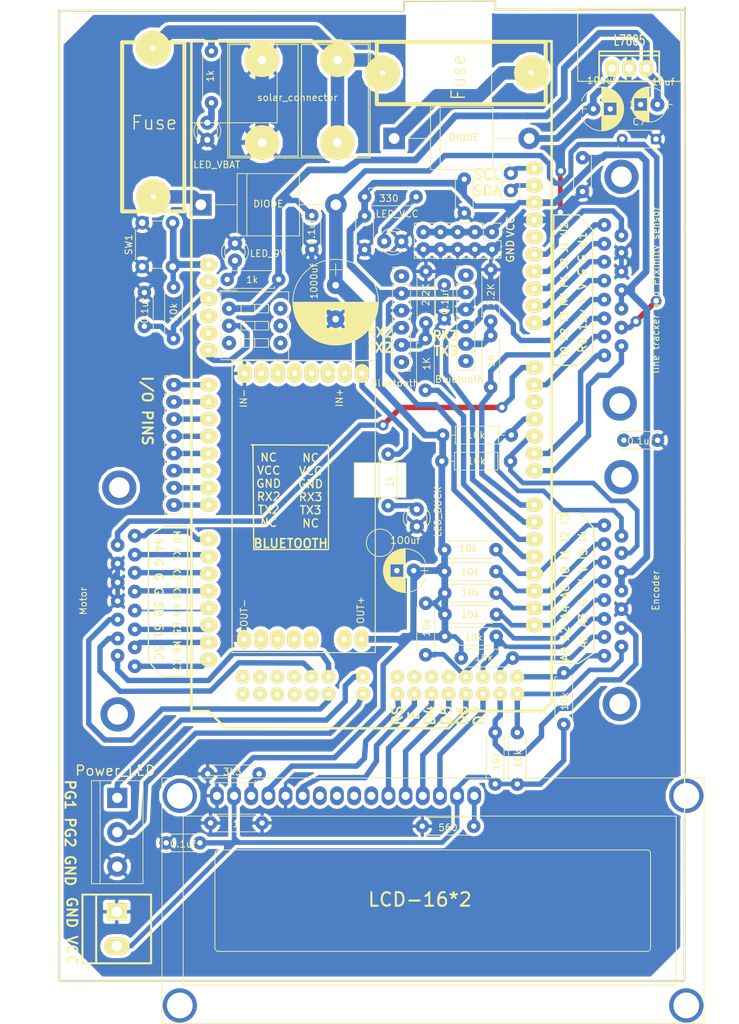
<source format=kicad_pcb>
(kicad_pcb (version 20171130) (host pcbnew no-vcs-found-b47a06e~61~ubuntu16.04.1)
  (layers (0 F.Cu signal) (31 B.Cu signal) (34 B.Paste user) (35 F.Paste user) (36 B.SilkS user) (37 F.SilkS user) (38 B.Mask user) (39 F.Mask user) (44 Edge.Cuts user))
  (net 0 "")
  (net 1 GND)
  (net 2 VCC)
  (net 3 +9V)
  (net 4 "Net-(C10-Pad1)")
  (net 5 "Net-(D1-Pad2)")
  (net 6 "Net-(D2-Pad2)")
  (net 7 "Net-(D3-Pad1)")
  (net 8 "Net-(D4-Pad1)")
  (net 9 "Net-(D5-Pad2)")
  (net 10 "Net-(D6-Pad2)")
  (net 11 /PC6)
  (net 12 /PC4)
  (net 13 /PC0)
  (net 14 "Net-(DS1-Pad3)")
  (net 15 +12V)
  (net 16 "Net-(J2-Pad5)")
  (net 17 /RX2)
  (net 18 /OC5C)
  (net 19 /OC5A)
  (net 20 /OC5B)
  (net 21 /OC4A)
  (net 22 /PK7)
  (net 23 /PK6)
  (net 24 /PK5)
  (net 25 /PK4)
  (net 26 /PK3)
  (net 27 /PK2)
  (net 28 /PK1)
  (net 29 /PK0)
  (net 30 /PG0)
  (net 31 /RX3)
  (net 32 "Net-(J5-Pad5)")
  (net 33 /PA5)
  (net 34 /PA3)
  (net 35 /PA1)
  (net 36 /INT3)
  (net 37 /INT5)
  (net 38 /PA4)
  (net 39 /PA2)
  (net 40 /PA0)
  (net 41 /INT2)
  (net 42 /INT4)
  (net 43 /PF7)
  (net 44 /PF6)
  (net 45 /PF5)
  (net 46 /PF4)
  (net 47 /PF3)
  (net 48 /PF2)
  (net 49 /PF1)
  (net 50 /PF0)
  (net 51 /JPULSE1)
  (net 52 /TX0)
  (net 53 /TX3)
  (net 54 /RX0)
  (net 55 /TX2)
  (net 56 /RESET)
  (net 57 /5V)
  (net 58 /VIN)
  (net 59 /UEN1)
  (net 60 /UEN2)
  (net 61 /JPULSE2)
  (net 62 /OC4C)
  (net 63 /INT0)
  (net 64 /OC3A)
  (net 65 /E)
  (net 66 /INT1)
  (net 67 /PA7)
  (net 68 /PG1)
  (net 69 /PA6)
  (net 70 "Net-(DS1-Pad16)")
  (net 71 /12vv)
  (net 72 "Net-(DS1-Pad10)")
  (net 73 "Net-(DS1-Pad9)")
  (net 74 "Net-(DS1-Pad8)")
  (net 75 "Net-(DS1-Pad7)")
  (net 76 "Net-(J2-Pad6)")
  (net 77 "Net-(J2-Pad1)")
  (net 78 "Net-(J5-Pad1)")
  (net 79 "Net-(J5-Pad6)")
  (net 80 "Net-(U1-PadGND2)")
  (net 81 "Net-(U1-PadGND1)")
  (net 82 "Net-(U1-Pad3V3)")
  (net 83 "Net-(U1-Pad4)")
  (net 84 "Net-(U1-Pad13)")
  (net 85 /PL1)
  (net 86 /MISO)
  (net 87 /MOSI)
  (net 88 /SCK)
  (net 89 /PB0)
  (net 90 "Net-(U1-PadGND4)")
  (net 91 "Net-(U1-PadGND5)")
  (module Mods:ARDUINO_MEGA_SHIELD (layer F.Cu) (at 99.8982 26.1366 270)
    (fp_text reference U1 hide)
    (fp_text value Arduino_Mega hide)
    (pad 47 thru_hole circle (at 96.5835 -17.8435 270) (size 2.032 2.032) (drill 0.762) (layers *.Cu *.Mask F.SilkS))
    (pad 49 thru_hole circle (at 96.5835 -15.3035 270) (size 2.032 2.032) (drill 0.762) (layers *.Cu *.Mask F.SilkS))
    (pad 21 thru_hole oval (at 18.796 -50.8) (size 2.54 2.032) (drill 0.8128) (layers *.Cu *.Mask F.SilkS) (net 63 /INT0))
    (pad 20 thru_hole oval (at 21.336 -50.8) (size 2.54 2.032) (drill 0.8128) (layers *.Cu *.Mask F.SilkS) (net 66 /INT1))
    (pad 14 thru_hole oval (at 68.58 -50.8) (size 2.54 2.032) (drill 0.8128) (layers *.Cu *.Mask F.SilkS) (net 53 /TX3))
    (pad 15 thru_hole oval (at 71.12 -50.8) (size 2.54 2.032) (drill 0.8128) (layers *.Cu *.Mask F.SilkS) (net 31 /RX3))
    (pad 16 thru_hole oval (at 73.66 -50.8) (size 2.54 2.032) (drill 0.8128) (layers *.Cu *.Mask F.SilkS) (net 55 /TX2))
    (pad 17 thru_hole oval (at 76.2 -50.8) (size 2.54 2.032) (drill 0.8128) (layers *.Cu *.Mask F.SilkS) (net 17 /RX2))
    (pad 18 thru_hole oval (at 78.74 -50.8) (size 2.54 2.032) (drill 0.8128) (layers *.Cu *.Mask F.SilkS) (net 36 /INT3))
    (pad 19 thru_hole oval (at 81.28 -50.8) (size 2.54 2.032) (drill 0.8128) (layers *.Cu *.Mask F.SilkS) (net 41 /INT2))
    (pad 20 thru_hole oval (at 83.82 -50.8) (size 2.54 2.032) (drill 0.8128) (layers *.Cu *.Mask F.SilkS) (net 66 /INT1))
    (pad 21 thru_hole oval (at 86.36 -50.8) (size 2.54 2.032) (drill 0.8128) (layers *.Cu *.Mask F.SilkS) (net 63 /INT0))
    (pad AD15 thru_hole oval (at 91.44 -2.54) (size 2.54 2.032) (drill 0.8128) (layers *.Cu *.Mask F.SilkS) (net 22 /PK7))
    (pad AD14 thru_hole oval (at 88.9 -2.54) (size 2.54 2.032) (drill 0.8128) (layers *.Cu *.Mask F.SilkS) (net 23 /PK6))
    (pad AD13 thru_hole oval (at 86.36 -2.54) (size 2.54 2.032) (drill 0.8128) (layers *.Cu *.Mask F.SilkS) (net 24 /PK5))
    (pad AD12 thru_hole oval (at 83.82 -2.54) (size 2.54 2.032) (drill 0.8128) (layers *.Cu *.Mask F.SilkS) (net 25 /PK4))
    (pad AD8 thru_hole oval (at 73.66 -2.54) (size 2.54 2.032) (drill 0.8128) (layers *.Cu *.Mask F.SilkS) (net 29 /PK0))
    (pad AD7 thru_hole oval (at 68.58 -2.54) (size 2.54 2.032) (drill 0.8128) (layers *.Cu *.Mask F.SilkS) (net 43 /PF7))
    (pad AD6 thru_hole oval (at 66.04 -2.54) (size 2.54 2.032) (drill 0.8128) (layers *.Cu *.Mask F.SilkS) (net 44 /PF6))
    (pad AD9 thru_hole oval (at 76.2 -2.54) (size 2.54 2.032) (drill 0.8128) (layers *.Cu *.Mask F.SilkS) (net 28 /PK1))
    (pad AD10 thru_hole oval (at 78.74 -2.54) (size 2.54 2.032) (drill 0.8128) (layers *.Cu *.Mask F.SilkS) (net 27 /PK2))
    (pad AD11 thru_hole oval (at 81.28 -2.54) (size 2.54 2.032) (drill 0.8128) (layers *.Cu *.Mask F.SilkS) (net 26 /PK3))
    (pad AD5 thru_hole oval (at 63.5 -2.54) (size 2.54 2.032) (drill 0.8128) (layers *.Cu *.Mask F.SilkS) (net 45 /PF5))
    (pad AD4 thru_hole oval (at 60.96 -2.54) (size 2.54 2.032) (drill 0.8128) (layers *.Cu *.Mask F.SilkS) (net 46 /PF4))
    (pad AD3 thru_hole oval (at 58.42 -2.54) (size 2.54 2.032) (drill 0.8128) (layers *.Cu *.Mask F.SilkS) (net 47 /PF3))
    (pad AD0 thru_hole oval (at 50.8 -2.54) (size 2.54 2.032) (drill 0.8128) (layers *.Cu *.Mask F.SilkS) (net 50 /PF0))
    (pad AD1 thru_hole oval (at 53.34 -2.54) (size 2.54 2.032) (drill 0.8128) (layers *.Cu *.Mask F.SilkS) (net 49 /PF1))
    (pad AD2 thru_hole oval (at 55.88 -2.54) (size 2.54 2.032) (drill 0.8128) (layers *.Cu *.Mask F.SilkS) (net 48 /PF2))
    (pad V_IN thru_hole oval (at 45.72 -2.54) (size 2.54 2.032) (drill 0.8128) (layers *.Cu *.Mask F.SilkS) (net 58 /VIN))
    (pad GND2 thru_hole oval (at 43.18 -2.54) (size 2.54 2.032) (drill 0.8128) (layers *.Cu *.Mask F.SilkS) (net 80 "Net-(U1-PadGND2)"))
    (pad GND1 thru_hole oval (at 40.64 -2.54) (size 2.54 2.032) (drill 0.8128) (layers *.Cu *.Mask F.SilkS) (net 81 "Net-(U1-PadGND1)"))
    (pad 3V3 thru_hole oval (at 35.56 -2.54) (size 2.54 2.032) (drill 0.8128) (layers *.Cu *.Mask F.SilkS) (net 82 "Net-(U1-Pad3V3)"))
    (pad RST thru_hole oval (at 33.02 -2.54) (size 2.54 2.032) (drill 0.8128) (layers *.Cu *.Mask F.SilkS) (net 56 /RESET))
    (pad 0 thru_hole oval (at 63.5 -50.8) (size 2.54 2.032) (drill 0.8128) (layers *.Cu *.Mask F.SilkS) (net 54 /RX0))
    (pad 1 thru_hole oval (at 60.96 -50.8) (size 2.54 2.032) (drill 0.8128) (layers *.Cu *.Mask F.SilkS) (net 52 /TX0))
    (pad 2 thru_hole oval (at 58.42 -50.8) (size 2.54 2.032) (drill 0.8128) (layers *.Cu *.Mask F.SilkS) (net 42 /INT4))
    (pad 3 thru_hole oval (at 55.88 -50.8) (size 2.54 2.032) (drill 0.8128) (layers *.Cu *.Mask F.SilkS) (net 37 /INT5))
    (pad 4 thru_hole oval (at 53.34 -50.8) (size 2.54 2.032) (drill 0.8128) (layers *.Cu *.Mask F.SilkS) (net 83 "Net-(U1-Pad4)"))
    (pad 5 thru_hole oval (at 50.8 -50.8) (size 2.54 2.032) (drill 0.8128) (layers *.Cu *.Mask F.SilkS) (net 64 /OC3A))
    (pad 6 thru_hole oval (at 48.26 -50.8) (size 2.54 2.032) (drill 0.8128) (layers *.Cu *.Mask F.SilkS) (net 21 /OC4A))
    (pad 8 thru_hole oval (at 41.656 -50.8) (size 2.54 2.032) (drill 0.8128) (layers *.Cu *.Mask F.SilkS) (net 62 /OC4C))
    (pad 9 thru_hole oval (at 39.116 -50.8) (size 2.54 2.032) (drill 0.8128) (layers *.Cu *.Mask F.SilkS) (net 61 /JPULSE2))
    (pad 10 thru_hole oval (at 36.576 -50.8) (size 2.54 2.032) (drill 0.8128) (layers *.Cu *.Mask F.SilkS) (net 51 /JPULSE1))
    (pad 11 thru_hole oval (at 34.036 -50.8) (size 2.54 2.032) (drill 0.8128) (layers *.Cu *.Mask F.SilkS) (net 60 /UEN2))
    (pad 12 thru_hole oval (at 31.496 -50.8) (size 2.54 2.032) (drill 0.8128) (layers *.Cu *.Mask F.SilkS) (net 59 /UEN1))
    (pad 13 thru_hole oval (at 28.956 -50.8) (size 2.54 2.032) (drill 0.8128) (layers *.Cu *.Mask F.SilkS) (net 84 "Net-(U1-Pad13)"))
    (pad GND3 thru_hole oval (at 26.416 -50.8) (size 2.54 2.032) (drill 0.8128) (layers *.Cu *.Mask F.SilkS) (net 1 GND))
    (pad AREF thru_hole oval (at 23.876 -50.8) (size 2.54 2.032) (drill 0.8128) (layers *.Cu *.Mask F.SilkS) (net 2 VCC))
    (pad 5V thru_hole oval (at 38.1 -2.54) (size 2.54 2.032) (drill 0.8128) (layers *.Cu *.Mask F.SilkS) (net 57 /5V))
    (pad 22 thru_hole circle (at 93.98 -48.26 270) (size 2.032 2.032) (drill 0.762) (layers *.Cu *.Mask F.SilkS) (net 40 /PA0))
    (pad 23 thru_hole circle (at 96.52 -48.26 270) (size 2.032 2.032) (drill 0.762) (layers *.Cu *.Mask F.SilkS) (net 35 /PA1))
    (pad 24 thru_hole circle (at 93.98 -45.72 270) (size 2.032 2.032) (drill 0.762) (layers *.Cu *.Mask F.SilkS) (net 39 /PA2))
    (pad 25 thru_hole circle (at 96.52 -45.72 270) (size 2.032 2.032) (drill 0.762) (layers *.Cu *.Mask F.SilkS) (net 34 /PA3))
    (pad 26 thru_hole circle (at 93.98 -43.18 270) (size 2.032 2.032) (drill 0.762) (layers *.Cu *.Mask F.SilkS) (net 38 /PA4))
    (pad 27 thru_hole circle (at 96.52 -43.18 270) (size 2.032 2.032) (drill 0.762) (layers *.Cu *.Mask F.SilkS) (net 33 /PA5))
    (pad 28 thru_hole circle (at 93.98 -40.64 270) (size 2.032 2.032) (drill 0.762) (layers *.Cu *.Mask F.SilkS) (net 69 /PA6))
    (pad 29 thru_hole circle (at 96.52 -40.64 270) (size 2.032 2.032) (drill 0.762) (layers *.Cu *.Mask F.SilkS) (net 67 /PA7))
    (pad 31 thru_hole circle (at 96.52 -38.1 270) (size 2.032 2.032) (drill 0.762) (layers *.Cu *.Mask F.SilkS) (net 11 /PC6))
    (pad 30 thru_hole circle (at 93.98 -38.1 270) (size 2.032 2.032) (drill 0.762) (layers *.Cu *.Mask F.SilkS))
    (pad 32 thru_hole circle (at 93.98 -35.56 270) (size 2.032 2.032) (drill 0.762) (layers *.Cu *.Mask F.SilkS))
    (pad 33 thru_hole circle (at 96.52 -35.56 270) (size 2.032 2.032) (drill 0.762) (layers *.Cu *.Mask F.SilkS) (net 12 /PC4))
    (pad 34 thru_hole circle (at 93.98 -33.02 270) (size 2.032 2.032) (drill 0.762) (layers *.Cu *.Mask F.SilkS))
    (pad 35 thru_hole circle (at 96.52 -33.02 270) (size 2.032 2.032) (drill 0.762) (layers *.Cu *.Mask F.SilkS) (net 65 /E))
    (pad 36 thru_hole circle (at 93.98 -30.48 270) (size 2.032 2.032) (drill 0.762) (layers *.Cu *.Mask F.SilkS))
    (pad 37 thru_hole circle (at 96.52 -30.48 270) (size 2.032 2.032) (drill 0.762) (layers *.Cu *.Mask F.SilkS) (net 13 /PC0))
    (pad 40 thru_hole circle (at 93.98 -25.4 270) (size 2.032 2.032) (drill 0.762) (layers *.Cu *.Mask F.SilkS) (net 68 /PG1))
    (pad 41 thru_hole circle (at 96.52 -25.4 270) (size 2.032 2.032) (drill 0.762) (layers *.Cu *.Mask F.SilkS) (net 30 /PG0))
    (pad 44 thru_hole circle (at 93.98 -20.32 270) (size 2.032 2.032) (drill 0.762) (layers *.Cu *.Mask F.SilkS) (net 18 /OC5C))
    (pad 45 thru_hole circle (at 96.52 -20.32 270) (size 2.032 2.032) (drill 0.762) (layers *.Cu *.Mask F.SilkS) (net 20 /OC5B))
    (pad 46 thru_hole circle (at 93.98 -17.78 270) (size 2.032 2.032) (drill 0.762) (layers *.Cu *.Mask F.SilkS) (net 19 /OC5A))
    (pad 48 thru_hole circle (at 93.98 -15.24 270) (size 2.032 2.032) (drill 0.762) (layers *.Cu *.Mask F.SilkS) (net 85 /PL1))
    (pad 50 thru_hole circle (at 93.98 -12.7 270) (size 2.032 2.032) (drill 0.762) (layers *.Cu *.Mask F.SilkS) (net 86 /MISO))
    (pad 51 thru_hole circle (at 96.5835 -12.7 270) (size 2.032 2.032) (drill 0.762) (layers *.Cu *.Mask F.SilkS) (net 87 /MOSI))
    (pad 52 thru_hole circle (at 93.98 -10.16 270) (size 2.032 2.032) (drill 0.762) (layers *.Cu *.Mask F.SilkS) (net 88 /SCK))
    (pad 53 thru_hole circle (at 96.52 -10.16 270) (size 2.032 2.032) (drill 0.762) (layers *.Cu *.Mask F.SilkS) (net 89 /PB0))
    (pad GND4 thru_hole circle (at 93.98 -7.62 270) (size 2.032 2.032) (drill 0.762) (layers *.Cu *.Mask F.SilkS) (net 90 "Net-(U1-PadGND4)"))
    (pad GND5 thru_hole circle (at 96.52 -7.62 270) (size 2.032 2.032) (drill 0.762) (layers *.Cu *.Mask F.SilkS) (net 91 "Net-(U1-PadGND5)"))
  )
  (module Mods:Buck (layer F.Cu) (at 105.918 73.3552)
    (fp_text reference U3 hide)
    (fp_text value LM2596-PSU hide)
    (fp_text user OUT- (at 1.778 37.338 90) (layer F.SilkS))
    (fp_text user OUT+ (at 19.05 36.8935 90) (layer F.SilkS))
    (fp_text user IN- (at 1.7145 5.588 90) (layer F.SilkS))
    (fp_text user IN+ (at 15.9004 5.4864 90) (layer F.SilkS))
    (pad 15 thru_hole oval (at 16.637 41.2115) (size 2.1 2.8) (drill 0.8) (layers *.Cu *.Mask F.SilkS))
    (pad 14 thru_hole oval (at 11.684 41.2115) (size 2.1 2.8) (drill 0.8) (layers *.Cu *.Mask F.SilkS))
    (pad 13 thru_hole oval (at 9.2075 41.2115) (size 2.1 2.8) (drill 0.8) (layers *.Cu *.Mask F.SilkS))
    (pad 6 thru_hole oval (at 6.731 41.2115) (size 2.1 2.8) (drill 0.8) (layers *.Cu *.Mask F.SilkS))
    (pad 5 thru_hole oval (at 4.2545 41.2115) (size 2.1 2.8) (drill 0.8) (layers *.Cu *.Mask F.SilkS))
    (pad 3 thru_hole oval (at 1.778 41.2115) (size 2.1 2.8) (drill 0.8) (layers *.Cu *.Mask F.SilkS) (net 1 GND))
    (pad 4 thru_hole oval (at 19.177 41.2115) (size 2.1 2.8) (drill 0.8) (layers *.Cu *.Mask F.SilkS) (net 2 VCC))
    (pad 1 thru_hole oval (at 19.2405 1.905) (size 2.1 2.8) (drill 0.8) (layers *.Cu *.Mask F.SilkS) (net 71 /12vv))
    (pad 2 thru_hole oval (at 1.8415 1.905) (size 2.1 2.8) (drill 0.8) (layers *.Cu *.Mask F.SilkS) (net 1 GND))
    (pad 7 thru_hole oval (at 4.318 1.905) (size 2.1 2.8) (drill 0.8) (layers *.Cu *.Mask F.SilkS))
    (pad 8 thru_hole oval (at 6.7945 1.905) (size 2.1 2.8) (drill 0.8) (layers *.Cu *.Mask F.SilkS))
    (pad 9 thru_hole oval (at 9.271 1.905) (size 2.1 2.8) (drill 0.8) (layers *.Cu *.Mask F.SilkS))
    (pad 10 thru_hole oval (at 11.7475 1.905) (size 2.1 2.8) (drill 0.8) (layers *.Cu *.Mask F.SilkS))
    (pad 11 thru_hole oval (at 14.224 1.905) (size 2.1 2.8) (drill 0.8) (layers *.Cu *.Mask F.SilkS))
    (pad 12 thru_hole oval (at 16.7005 1.905) (size 2.1 2.8) (drill 0.8) (layers *.Cu *.Mask F.SilkS))
  )
  (module Diodes_THT:D_P600_R-6_P20.00mm_Horizontal (layer F.Cu) (at 101.2952 50.3174)
    (fp_text reference D4 hide)
    (fp_text value DIODE (at 9.9822 -0.127) (layer F.SilkS))
    (pad 1 thru_hole rect (at 0 0) (size 3.2 3.2) (drill 1.6) (layers *.Cu *.Mask) (net 8 "Net-(D4-Pad1)"))
    (pad 2 thru_hole oval (at 20 0) (size 3.2 3.2) (drill 1.6) (layers *.Cu *.Mask) (net 71 /12vv))
  )
  (module Mods:FUSE (layer F.Cu) (at 139.63904 31.33852)
    (fp_text reference F1 hide)
    (fp_text value Fuse (at -0.2032 0.127 -90) (layer F.SilkS) (effects (font (size 2 2) (thickness 0.2))))
    (pad 1 thru_hole circle (at 10.5691 -0.5304 90) (size 5.08 5.08) (drill 0.762) (layers *.Cu *.Mask F.SilkS) (net 7 "Net-(D3-Pad1)"))
    (pad 2 thru_hole circle (at -11.4309 -0.5054 90) (size 5.08 5.08) (drill 0.762) (layers *.Cu *.Mask F.SilkS) (net 15 +12V))
  )
  (module Pin_Headers:Pin_Header_Straight_2x05_Pitch2.54mm (layer F.Cu) (at 144.4117 54.356 270)
    (fp_text reference J1 hide)
    (fp_text value VCC_GND hide)
    (pad 1 thru_hole oval (at 0 0 270) (size 2.1 2.1) (drill 0.8) (layers *.Cu *.Mask) (net 2 VCC))
    (pad 2 thru_hole oval (at 2.54 0 270) (size 2.1 2.1) (drill 0.8) (layers *.Cu *.Mask) (net 1 GND))
    (pad 3 thru_hole oval (at 0 2.54 270) (size 2.1 2.1) (drill 0.8) (layers *.Cu *.Mask) (net 2 VCC))
    (pad 4 thru_hole oval (at 2.54 2.54 270) (size 2.1 2.1) (drill 0.8) (layers *.Cu *.Mask) (net 1 GND))
    (pad 5 thru_hole oval (at 0 5.08 270) (size 2.1 2.1) (drill 0.8) (layers *.Cu *.Mask) (net 2 VCC))
    (pad 6 thru_hole oval (at 2.54 5.08 270) (size 2.1 2.1) (drill 0.8) (layers *.Cu *.Mask) (net 1 GND))
    (pad 7 thru_hole oval (at 0 7.62 270) (size 2.1 2.1) (drill 0.8) (layers *.Cu *.Mask) (net 2 VCC))
    (pad 8 thru_hole oval (at 2.54 7.62 270) (size 2.1 2.1) (drill 0.8) (layers *.Cu *.Mask) (net 1 GND))
    (pad 9 thru_hole oval (at 0 10.16 270) (size 2.1 2.1) (drill 0.8) (layers *.Cu *.Mask) (net 2 VCC))
    (pad 10 thru_hole oval (at 2.54 10.16 270) (size 2.1 2.1) (drill 0.8) (layers *.Cu *.Mask) (net 1 GND))
  )
  (module Pin_Headers:Pin_Header_Straight_1x06_Pitch2.54mm (layer F.Cu) (at 131.0132 60.8838)
    (fp_text reference J2 hide)
    (fp_text value Bluetooth (at -1.0033 15.8115) (layer F.SilkS))
    (pad 6 thru_hole oval (at 0 12.7) (size 2.3 2) (drill 0.8) (layers *.Cu *.Mask) (net 76 "Net-(J2-Pad6)"))
    (pad 5 thru_hole oval (at 0 10.16) (size 2.3 2) (drill 0.8) (layers *.Cu *.Mask) (net 16 "Net-(J2-Pad5)"))
    (pad 4 thru_hole oval (at 0 7.62) (size 2.3 2) (drill 0.8) (layers *.Cu *.Mask) (net 17 /RX2))
    (pad 3 thru_hole oval (at 0 5.08) (size 2.3 2) (drill 0.8) (layers *.Cu *.Mask) (net 1 GND))
    (pad 2 thru_hole oval (at 0 2.54) (size 2.3 2) (drill 0.8) (layers *.Cu *.Mask) (net 2 VCC))
    (pad 1 thru_hole oval (at 0 0) (size 2.3 2) (drill 0.8) (layers *.Cu *.Mask) (net 77 "Net-(J2-Pad1)"))
  )
  (module Pin_Headers:Pin_Header_Straight_1x06_Pitch2.54mm (layer F.Cu) (at 140.5382 60.7314)
    (fp_text reference J5 hide)
    (fp_text value Bluetooth (at -0.9906 15.3924) (layer F.SilkS))
    (pad 1 thru_hole oval (at 0 0) (size 2.3 2) (drill 0.8) (layers *.Cu *.Mask) (net 78 "Net-(J5-Pad1)"))
    (pad 2 thru_hole oval (at 0 2.54) (size 2.3 2) (drill 0.8) (layers *.Cu *.Mask) (net 2 VCC))
    (pad 3 thru_hole oval (at 0 5.08) (size 2.3 2) (drill 0.8) (layers *.Cu *.Mask) (net 1 GND))
    (pad 4 thru_hole oval (at 0 7.62) (size 2.3 2) (drill 0.8) (layers *.Cu *.Mask) (net 31 /RX3))
    (pad 5 thru_hole oval (at 0 10.16) (size 2.3 2) (drill 0.8) (layers *.Cu *.Mask) (net 32 "Net-(J5-Pad5)"))
    (pad 6 thru_hole oval (at 0 12.7) (size 2.3 2) (drill 0.8) (layers *.Cu *.Mask) (net 79 "Net-(J5-Pad6)"))
  )
  (module Pin_Headers:Pin_Header_Straight_1x08_Pitch2.54mm (layer F.Cu) (at 97.3074 76.9366)
    (fp_text reference J7 hide)
    (fp_text value "I/O Pins ")
    (pad 8 thru_hole oval (at 0 17.78) (size 2.3 2) (drill 0.8) (layers *.Cu *.Mask) (net 43 /PF7))
    (pad 7 thru_hole oval (at 0 15.24) (size 2.3 2) (drill 0.8) (layers *.Cu *.Mask) (net 44 /PF6))
    (pad 6 thru_hole oval (at 0 12.7) (size 2.3 2) (drill 0.8) (layers *.Cu *.Mask) (net 45 /PF5))
    (pad 5 thru_hole oval (at 0 10.16) (size 2.3 2) (drill 0.8) (layers *.Cu *.Mask) (net 46 /PF4))
    (pad 4 thru_hole oval (at 0 7.62) (size 2.3 2) (drill 0.8) (layers *.Cu *.Mask) (net 47 /PF3))
    (pad 3 thru_hole oval (at 0 5.08) (size 2.3 2) (drill 0.8) (layers *.Cu *.Mask) (net 48 /PF2))
    (pad 2 thru_hole oval (at 0 2.54) (size 2.3 2) (drill 0.8) (layers *.Cu *.Mask) (net 49 /PF1))
    (pad 1 thru_hole oval (at 0 0) (size 2.3 2) (drill 0.8) (layers *.Cu *.Mask) (net 50 /PF0))
  )
  (module Mods:Cap_100uF (layer F.Cu) (at 132.8166 104.4194 180)
    (fp_text reference C13 hide)
    (fp_text value 1O0uf (at 1.25 4.46 180) (layer F.SilkS))
    (pad 2 thru_hole circle (at 2.5 0 180) (size 2.1 2.1) (drill 0.8) (layers *.Cu *.Mask) (net 1 GND))
    (pad 1 thru_hole circle (at 0 0 180) (size 2.1 2.1) (drill 0.8) (layers *.Cu *.Mask) (net 2 VCC))
  )
  (module Mods:LCD-16*2 (layer F.Cu) (at 103.6828 137.7188)
    (fp_text reference DS1 hide)
    (fp_text value LCD-16*2 (at 30.0609 15.3416) (layer F.SilkS) (effects (font (size 2 2) (thickness 0.3))))
    (pad "" thru_hole circle (at 69.5 0) (size 5.08 5.08) (drill 3.81) (layers *.Cu *.Mask))
    (pad "" thru_hole circle (at 69.49948 31.0007) (size 5.08 5.08) (drill 3.81) (layers *.Cu *.Mask))
    (pad "" thru_hole circle (at -5.4991 31.0007) (size 5.08 5.08) (drill 3.81) (layers *.Cu *.Mask))
    (pad "" thru_hole circle (at -5.4991 0) (size 5.08 5.08) (drill 3.81) (layers *.Cu *.Mask))
    (pad 16 thru_hole oval (at 38.1 0) (size 2.032 2.794) (drill 1.2) (layers *.Cu *.Mask) (net 70 "Net-(DS1-Pad16)"))
    (pad 15 thru_hole oval (at 35.56 0) (size 2.032 2.794) (drill 1.2) (layers *.Cu *.Mask) (net 2 VCC))
    (pad 14 thru_hole oval (at 33.02 0) (size 2.032 2.794) (drill 1.2) (layers *.Cu *.Mask) (net 33 /PA5))
    (pad 13 thru_hole oval (at 30.48 0) (size 2.032 2.794) (drill 1.2) (layers *.Cu *.Mask) (net 67 /PA7))
    (pad 12 thru_hole oval (at 27.94 0) (size 2.032 2.794) (drill 1.2) (layers *.Cu *.Mask) (net 11 /PC6))
    (pad 11 thru_hole oval (at 25.4 0) (size 2.032 2.794) (drill 1.2) (layers *.Cu *.Mask) (net 12 /PC4))
    (pad 10 thru_hole oval (at 22.86 0) (size 2.032 2.794) (drill 1.2) (layers *.Cu *.Mask) (net 72 "Net-(DS1-Pad10)"))
    (pad 9 thru_hole oval (at 20.32 0) (size 2.032 2.794) (drill 1.2) (layers *.Cu *.Mask) (net 73 "Net-(DS1-Pad9)"))
    (pad 8 thru_hole oval (at 17.78 0) (size 2.032 2.794) (drill 1.2) (layers *.Cu *.Mask) (net 74 "Net-(DS1-Pad8)"))
    (pad 7 thru_hole oval (at 15.24 0) (size 2.032 2.794) (drill 1.2) (layers *.Cu *.Mask) (net 75 "Net-(DS1-Pad7)"))
    (pad 6 thru_hole oval (at 12.7 0) (size 2.032 2.794) (drill 1.2) (layers *.Cu *.Mask) (net 65 /E))
    (pad 5 thru_hole oval (at 10.16 0) (size 2.032 2.794) (drill 1.2) (layers *.Cu *.Mask) (net 1 GND))
    (pad 4 thru_hole oval (at 7.62 0) (size 2.032 2.794) (drill 1.2) (layers *.Cu *.Mask) (net 13 /PC0))
    (pad 3 thru_hole oval (at 5.08 0) (size 2.032 2.794) (drill 1.2) (layers *.Cu *.Mask) (net 14 "Net-(DS1-Pad3)"))
    (pad 2 thru_hole oval (at 2.54 0) (size 2.032 2.794) (drill 1.2) (layers *.Cu *.Mask) (net 2 VCC))
    (pad 1 thru_hole oval (at 0 0) (size 2.032 2.794) (drill 1.2) (layers *.Cu *.Mask) (net 1 GND))
  )
  (module Mods:bornier2-medium (layer F.Cu) (at 88.8492 157.4038 270)
    (fp_text reference J11 hide)
    (fp_text value Conn_01x02 hide)
    (pad 1 thru_hole rect (at -2.54 0 270) (size 2.54 3.048) (drill 1.524) (layers *.Cu *.Mask F.SilkS) (net 1 GND))
    (pad 2 thru_hole oval (at 2.54 0 270) (size 2.54 3.81) (drill 1.524) (layers *.Cu *.Mask F.SilkS) (net 2 VCC))
  )
  (module Mods:SolarConn (layer F.Cu) (at 115.951 41.0972)
    (fp_text reference J10 hide)
    (fp_text value solar_connector (at -0.3556 -6.6294) (layer F.SilkS))
    (pad 2 thru_hole circle (at 5.588 0) (size 5.08 5.08) (drill 1.27) (layers *.Cu *.Mask F.SilkS) (net 15 +12V))
    (pad 1 thru_hole circle (at -5.588 0) (size 5.08 5.08) (drill 1.27) (layers *.Cu *.Mask F.SilkS) (net 1 GND))
    (pad 2 thru_hole circle (at 5.588 -12.192) (size 5.08 5.08) (drill 1.27) (layers *.Cu *.Mask F.SilkS) (net 15 +12V))
    (pad 1 thru_hole circle (at -5.588 -12.192) (size 5.08 5.08) (drill 1.27) (layers *.Cu *.Mask F.SilkS) (net 1 GND))
  )
  (module LEDs:LED_D3.0mm (layer F.Cu) (at 106.3498 56.0324 270)
    (fp_text reference D2 hide)
    (fp_text value LED_9V (at 1.4986 -4.8514) (layer F.SilkS))
    (pad 2 thru_hole circle (at 2.54 0 270) (size 2.1 2.1) (drill 0.9) (layers *.Cu *.Mask) (net 6 "Net-(D2-Pad2)"))
    (pad 1 thru_hole circle (at 0 0 270) (size 2.1 2.1) (drill 0.9) (layers *.Cu *.Mask) (net 1 GND))
  )
  (module Capacitors_THT:C_Disc_D6.0mm_W2.5mm_P5.00mm (layer F.Cu) (at 92.9386 63.2968 270)
    (fp_text reference C1 hide)
    (fp_text value 0.1uf (at 2.6924 -0.0508 270) (layer F.SilkS))
    (pad 2 thru_hole circle (at 5 0 270) (size 2 2) (drill 0.8) (layers *.Cu *.Mask) (net 57 /5V))
    (pad 1 thru_hole circle (at 0 0 270) (size 2 2) (drill 0.8) (layers *.Cu *.Mask) (net 1 GND))
  )
  (module Capacitors_THT:C_Disc_D6.0mm_W2.5mm_P5.00mm (layer F.Cu) (at 140.3096 51.5366 90)
    (fp_text reference C2 hide)
    (fp_text value 0.1uf)
    (pad 1 thru_hole circle (at 0 0 90) (size 2 2) (drill 0.8) (layers *.Cu *.Mask) (net 1 GND))
    (pad 2 thru_hole circle (at 5 0 90) (size 2 2) (drill 0.8) (layers *.Cu *.Mask) (net 2 VCC))
  )
  (module Capacitors_THT:C_Disc_D6.0mm_W2.5mm_P5.00mm (layer F.Cu) (at 157.8102 43.3578 270)
    (fp_text reference C3 hide)
    (fp_text value 0.1uf)
    (pad 1 thru_hole circle (at 0 0 270) (size 2 2) (drill 0.8) (layers *.Cu *.Mask) (net 2 VCC))
    (pad 2 thru_hole circle (at 5 0 270) (size 2 2) (drill 0.8) (layers *.Cu *.Mask) (net 1 GND))
  )
  (module Capacitors_THT:C_Disc_D6.0mm_W2.5mm_P5.00mm (layer F.Cu) (at 96.1644 144.6784)
    (fp_text reference C4 hide)
    (fp_text value 0.1uf (at 2.4892 0.1778) (layer F.SilkS))
    (pad 1 thru_hole circle (at 0 0) (size 2 2) (drill 0.8) (layers *.Cu *.Mask) (net 1 GND))
    (pad 2 thru_hole circle (at 5 0) (size 2 2) (drill 0.8) (layers *.Cu *.Mask) (net 2 VCC))
  )
  (module Capacitors_THT:C_Disc_D6.0mm_W2.5mm_P5.00mm (layer F.Cu) (at 163.9316 85.1408)
    (fp_text reference C5 hide)
    (fp_text value 0.1uf (at 2.4384 0.127) (layer F.SilkS))
    (pad 2 thru_hole circle (at 5 0) (size 2 2) (drill 0.8) (layers *.Cu *.Mask) (net 1 GND))
    (pad 1 thru_hole circle (at 0 0) (size 2 2) (drill 0.8) (layers *.Cu *.Mask) (net 2 VCC))
  )
  (module Capacitors_THT:C_Disc_D6.0mm_W2.5mm_P5.00mm (layer F.Cu) (at 137.3378 62.1792 270)
    (fp_text reference C6 hide)
    (fp_text value 0.1uf (at 2.4892 -0.1016 270) (layer F.SilkS))
    (pad 1 thru_hole circle (at 0 0 270) (size 2 2) (drill 0.8) (layers *.Cu *.Mask) (net 2 VCC))
    (pad 2 thru_hole circle (at 5 0 270) (size 2 2) (drill 0.8) (layers *.Cu *.Mask) (net 1 GND))
  )
  (module Capacitors_THT:C_Disc_D6.0mm_W2.5mm_P5.00mm (layer F.Cu) (at 117.729 56.9214 90)
    (fp_text reference C8 hide)
    (fp_text value 0.1uf (at 2.5908 -0.0508 90) (layer F.SilkS))
    (pad 1 thru_hole circle (at 0 0 90) (size 2 2) (drill 0.8) (layers *.Cu *.Mask) (net 1 GND))
    (pad 2 thru_hole circle (at 5 0 90) (size 2 2) (drill 0.8) (layers *.Cu *.Mask) (net 3 +9V))
  )
  (module Capacitors_THT:C_Disc_D6.0mm_W2.5mm_P5.00mm (layer F.Cu) (at 125.5522 56.9595 90)
    (fp_text reference C9 hide)
    (fp_text value C hide)
    (pad 2 thru_hole circle (at 5 0 90) (size 2 2) (drill 0.8) (layers *.Cu *.Mask) (net 2 VCC))
    (pad 1 thru_hole circle (at 0 0 90) (size 2 2) (drill 0.8) (layers *.Cu *.Mask) (net 1 GND))
  )
  (module Mods:Cap_100uF (layer F.Cu) (at 159.42056 36.1442)
    (fp_text reference C10 hide)
    (fp_text value 100uf (at 1.2192 -4.2164 180) (layer F.SilkS))
    (pad 1 thru_hole circle (at 0 0) (size 2.1 2.1) (drill 0.8) (layers *.Cu *.Mask) (net 4 "Net-(C10-Pad1)"))
    (pad 2 thru_hole circle (at 2.5 0) (size 2.1 2.1) (drill 0.8) (layers *.Cu *.Mask) (net 1 GND))
  )
  (module Mods:Cao_1000uF (layer F.Cu) (at 121.2596 62.23 270)
    (fp_text reference C11 hide)
    (fp_text value 1000uf (at -0.5842 3.2004 270) (layer F.SilkS))
    (pad 2 thru_hole circle (at 5 0 270) (size 2.6 2.6) (drill 1) (layers *.Cu *.Mask) (net 1 GND))
    (pad 1 thru_hole circle (at 0 0 270) (size 2.6 2.6) (drill 1) (layers *.Cu *.Mask) (net 71 /12vv))
  )
  (module Mods:Cap_10uF (layer F.Cu) (at 168.91 35.4965 180)
    (fp_text reference C12 hide)
    (fp_text value 10uf (at -0.8382 3.3274 180) (layer F.SilkS))
    (pad 2 thru_hole circle (at 2.5 0 180) (size 2.1 2.1) (drill 0.8) (layers *.Cu *.Mask) (net 1 GND))
    (pad 1 thru_hole circle (at 0 0 180) (size 2.1 2.1) (drill 0.8) (layers *.Cu *.Mask) (net 3 +9V))
  )
  (module LEDs:LED_D3.0mm (layer F.Cu) (at 102.2604 40.7162 90)
    (fp_text reference D1 hide)
    (fp_text value LED_VBAT (at -3.683 1.397 180) (layer F.SilkS))
    (pad 2 thru_hole circle (at 2.54 0 90) (size 2.1 2.1) (drill 0.9) (layers *.Cu *.Mask) (net 5 "Net-(D1-Pad2)"))
    (pad 1 thru_hole circle (at 0 0 90) (size 2.1 2.1) (drill 0.9) (layers *.Cu *.Mask) (net 1 GND))
  )
  (module Diodes_THT:D_P600_R-6_P20.00mm_Horizontal (layer F.Cu) (at 129.921 40.513)
    (fp_text reference D3 hide)
    (fp_text value DIODE (at 10.3378 -0.1524) (layer F.SilkS))
    (pad 2 thru_hole oval (at 20 0) (size 3.2 3.2) (drill 1.6) (layers *.Cu *.Mask) (net 4 "Net-(C10-Pad1)"))
    (pad 1 thru_hole rect (at 0 0) (size 3.2 3.2) (drill 1.6) (layers *.Cu *.Mask) (net 7 "Net-(D3-Pad1)"))
  )
  (module LEDs:LED_D3.0mm (layer F.Cu) (at 131.0005 55.7403 180)
    (fp_text reference D5 hide)
    (fp_text value LED_VCC (at 0.635 4.064 180) (layer F.SilkS))
    (pad 1 thru_hole circle (at 0 0 180) (size 2.1 2.1) (drill 0.9) (layers *.Cu *.Mask) (net 1 GND))
    (pad 2 thru_hole circle (at 2.54 0 180) (size 2.1 2.1) (drill 0.9) (layers *.Cu *.Mask) (net 9 "Net-(D5-Pad2)"))
  )
  (module LEDs:LED_D3.0mm (layer F.Cu) (at 133.2738 97.8916 90)
    (fp_text reference D6 hide)
    (fp_text value LED_BUCK (at 2.1844 3.1242 90) (layer F.SilkS))
    (pad 1 thru_hole circle (at 0 0 90) (size 2.1 2.1) (drill 0.9) (layers *.Cu *.Mask) (net 1 GND))
    (pad 2 thru_hole circle (at 2.54 0 90) (size 2.1 2.1) (drill 0.9) (layers *.Cu *.Mask) (net 10 "Net-(D6-Pad2)"))
  )
  (module Mods:FUSE (layer F.Cu) (at 93.7514 38.5826 270)
    (fp_text reference F2 hide)
    (fp_text value Fuse (at -0.381 -0.635) (layer F.SilkS) (effects (font (size 2 2) (thickness 0.2))))
    (pad 1 thru_hole circle (at 10.5691 -0.5304) (size 5.08 5.08) (drill 0.762) (layers *.Cu *.Mask F.SilkS) (net 8 "Net-(D4-Pad1)"))
    (pad 2 thru_hole circle (at -11.4309 -0.5054) (size 5.08 5.08) (drill 0.762) (layers *.Cu *.Mask F.SilkS) (net 15 +12V))
  )
  (module Mods:DB15FC (layer F.Cu) (at 91.5162 118.5672 90)
    (fp_text reference J3 hide)
    (fp_text value Motor (at 9.65 -7.62 90) (layer F.SilkS))
    (pad 15 thru_hole circle (at 17.93 -2.54 90) (size 2.032 2.032) (drill 0.800001) (layers *.Cu *.Mask) (net 21 /OC4A))
    (pad 14 thru_hole circle (at 15.19 -2.54 90) (size 2.032 2.032) (drill 0.800001) (layers *.Cu *.Mask) (net 1 GND))
    (pad 13 thru_hole circle (at 12.4 -2.54 90) (size 2.032 2.032) (drill 0.800001) (layers *.Cu *.Mask) (net 1 GND))
    (pad 12 thru_hole circle (at 9.65 -2.54 90) (size 2.032 2.032) (drill 0.800001) (layers *.Cu *.Mask) (net 1 GND))
    (pad 11 thru_hole circle (at 6.91 -2.54 90) (size 2.032 2.032) (drill 0.800001) (layers *.Cu *.Mask) (net 20 /OC5B))
    (pad 10 thru_hole circle (at 4.11 -2.54 90) (size 2.032 2.032) (drill 0.800001) (layers *.Cu *.Mask) (net 19 /OC5A))
    (pad 9 thru_hole circle (at 1.57 -2.54 90) (size 2.032 2.032) (drill 0.800001) (layers *.Cu *.Mask) (net 18 /OC5C))
    (pad 8 thru_hole circle (at 19.3 0 90) (size 2.032 2.032) (drill 0.800001) (layers *.Cu *.Mask) (net 29 /PK0))
    (pad 7 thru_hole circle (at 16.51 0 90) (size 2.032 2.032) (drill 0.800001) (layers *.Cu *.Mask) (net 28 /PK1))
    (pad 6 thru_hole circle (at 13.84 0 90) (size 2.032 2.032) (drill 0.800001) (layers *.Cu *.Mask) (net 27 /PK2))
    (pad 5 thru_hole circle (at 11.05 0 90) (size 2.032 2.032) (drill 0.800001) (layers *.Cu *.Mask) (net 26 /PK3))
    (pad 4 thru_hole circle (at 8.25 0 90) (size 2.032 2.032) (drill 0.800001) (layers *.Cu *.Mask) (net 25 /PK4))
    (pad 3 thru_hole circle (at 5.46 0 90) (size 2.032 2.032) (drill 0.800001) (layers *.Cu *.Mask) (net 24 /PK5))
    (pad 2 thru_hole circle (at 2.79 0 90) (size 2.032 2.032) (drill 0.800001) (layers *.Cu *.Mask) (net 23 /PK6))
    (pad 1 thru_hole circle (at 0 0 90) (size 2.032 2.032) (drill 0.800001) (layers *.Cu *.Mask) (net 22 /PK7))
    (pad "" thru_hole circle (at -7.11 -2.54 90) (size 5.08 5.08) (drill 3.05) (layers *.Cu *.Mask))
    (pad "" thru_hole circle (at 26.42 -2.29 90) (size 5.08 5.08) (drill 3.05) (layers *.Cu *.Mask))
  )
  (module Mods:bornier3 (layer F.Cu) (at 88.9254 138.0236 270)
    (fp_text reference J4 hide)
    (fp_text value Power_LED (at -4.0259 0.2921) (layer F.SilkS) (effects (font (size 1.5 1.5) (thickness 0.2))))
    (pad 3 thru_hole circle (at 10.16 0 270) (size 3 3) (drill 1.52) (layers *.Cu *.Mask) (net 1 GND))
    (pad 2 thru_hole circle (at 5.08 0 270) (size 3 3) (drill 1.52) (layers *.Cu *.Mask) (net 30 /PG0))
    (pad 1 thru_hole rect (at 0 0 270) (size 3 3) (drill 1.52) (layers *.Cu *.Mask) (net 68 /PG1))
  )
  (module Mods:DB15FC (layer F.Cu) (at 161.036 97.7138 270)
    (fp_text reference J6 hide)
    (fp_text value Encoder (at 9.65 -7.62 270) (layer F.SilkS))
    (pad 15 thru_hole circle (at 17.93 -2.54 270) (size 2.032 2.032) (drill 0.800001) (layers *.Cu *.Mask) (net 35 /PA1))
    (pad 14 thru_hole circle (at 15.19 -2.54 270) (size 2.032 2.032) (drill 0.800001) (layers *.Cu *.Mask) (net 34 /PA3))
    (pad 13 thru_hole circle (at 12.4 -2.54 270) (size 2.032 2.032) (drill 0.800001) (layers *.Cu *.Mask) (net 1 GND))
    (pad 12 thru_hole circle (at 9.65 -2.54 270) (size 2.032 2.032) (drill 0.800001) (layers *.Cu *.Mask) (net 2 VCC))
    (pad 11 thru_hole circle (at 6.91 -2.54 270) (size 2.032 2.032) (drill 0.800001) (layers *.Cu *.Mask) (net 2 VCC))
    (pad 10 thru_hole circle (at 4.11 -2.54 270) (size 2.032 2.032) (drill 0.800001) (layers *.Cu *.Mask) (net 42 /INT4))
    (pad 9 thru_hole circle (at 1.57 -2.54 270) (size 2.032 2.032) (drill 0.800001) (layers *.Cu *.Mask) (net 37 /INT5))
    (pad 8 thru_hole circle (at 19.3 0 270) (size 2.032 2.032) (drill 0.800001) (layers *.Cu *.Mask) (net 40 /PA0))
    (pad 7 thru_hole circle (at 16.51 0 270) (size 2.032 2.032) (drill 0.800001) (layers *.Cu *.Mask) (net 39 /PA2))
    (pad 6 thru_hole circle (at 13.84 0 270) (size 2.032 2.032) (drill 0.800001) (layers *.Cu *.Mask) (net 38 /PA4))
    (pad 5 thru_hole circle (at 11.05 0 270) (size 2.032 2.032) (drill 0.800001) (layers *.Cu *.Mask) (net 69 /PA6))
    (pad 4 thru_hole circle (at 8.25 0 270) (size 2.032 2.032) (drill 0.800001) (layers *.Cu *.Mask) (net 63 /INT0))
    (pad 3 thru_hole circle (at 5.46 0 270) (size 2.032 2.032) (drill 0.800001) (layers *.Cu *.Mask) (net 66 /INT1))
    (pad 2 thru_hole circle (at 2.79 0 270) (size 2.032 2.032) (drill 0.800001) (layers *.Cu *.Mask) (net 41 /INT2))
    (pad 1 thru_hole circle (at 0 0 270) (size 2.032 2.032) (drill 0.800001) (layers *.Cu *.Mask) (net 36 /INT3))
    (pad "" thru_hole circle (at -7.11 -2.54 270) (size 5.08 5.08) (drill 3.05) (layers *.Cu *.Mask))
    (pad "" thru_hole circle (at 26.42 -2.29 270) (size 5.08 5.08) (drill 3.05) (layers *.Cu *.Mask))
  )
  (module Mods:DB15FC (layer F.Cu) (at 161.036 53.2892 270)
    (fp_text reference J9 hide)
    (fp_text value "line tracker and Prximity sensor" (at 9.65 -7.62 270) (layer F.SilkS))
    (pad "" thru_hole circle (at 26.42 -2.29 270) (size 5.08 5.08) (drill 3.05) (layers *.Cu *.Mask))
    (pad "" thru_hole circle (at -7.11 -2.54 270) (size 5.08 5.08) (drill 3.05) (layers *.Cu *.Mask))
    (pad 1 thru_hole circle (at 0 0 270) (size 2.032 2.032) (drill 0.800001) (layers *.Cu *.Mask) (net 60 /UEN2))
    (pad 2 thru_hole circle (at 2.79 0 270) (size 2.032 2.032) (drill 0.800001) (layers *.Cu *.Mask) (net 51 /JPULSE1))
    (pad 3 thru_hole circle (at 5.46 0 270) (size 2.032 2.032) (drill 0.800001) (layers *.Cu *.Mask) (net 61 /JPULSE2))
    (pad 4 thru_hole circle (at 8.25 0 270) (size 2.032 2.032) (drill 0.800001) (layers *.Cu *.Mask) (net 62 /OC4C))
    (pad 5 thru_hole circle (at 11.05 0 270) (size 2.032 2.032) (drill 0.800001) (layers *.Cu *.Mask) (net 31 /RX3))
    (pad 6 thru_hole circle (at 13.84 0 270) (size 2.032 2.032) (drill 0.800001) (layers *.Cu *.Mask) (net 53 /TX3))
    (pad 7 thru_hole circle (at 16.51 0 270) (size 2.032 2.032) (drill 0.800001) (layers *.Cu *.Mask) (net 64 /OC3A))
    (pad 8 thru_hole circle (at 19.3 0 270) (size 2.032 2.032) (drill 0.800001) (layers *.Cu *.Mask) (net 52 /TX0))
    (pad 9 thru_hole circle (at 1.57 -2.54 270) (size 2.032 2.032) (drill 0.800001) (layers *.Cu *.Mask) (net 59 /UEN1))
    (pad 10 thru_hole circle (at 4.11 -2.54 270) (size 2.032 2.032) (drill 0.800001) (layers *.Cu *.Mask) (net 1 GND))
    (pad 11 thru_hole circle (at 6.91 -2.54 270) (size 2.032 2.032) (drill 0.800001) (layers *.Cu *.Mask) (net 1 GND))
    (pad 12 thru_hole circle (at 9.65 -2.54 270) (size 2.032 2.032) (drill 0.800001) (layers *.Cu *.Mask) (net 2 VCC))
    (pad 13 thru_hole circle (at 12.4 -2.54 270) (size 2.032 2.032) (drill 0.800001) (layers *.Cu *.Mask) (net 2 VCC))
    (pad 14 thru_hole circle (at 15.19 -2.54 270) (size 2.032 2.032) (drill 0.800001) (layers *.Cu *.Mask) (net 71 /12vv))
    (pad 15 thru_hole circle (at 17.93 -2.54 270) (size 2.032 2.032) (drill 0.800001) (layers *.Cu *.Mask) (net 54 /RX0))
  )
  (module Mods:Res_Small (layer F.Cu) (at 134.5438 77.7494 90)
    (fp_text reference R1 hide)
    (fp_text value 1K (at 3.937 0.2032 90) (layer F.SilkS))
    (pad 2 thru_hole oval (at 7.62 0 90) (size 2 2) (drill 0.8) (layers *.Cu *.Mask) (net 16 "Net-(J2-Pad5)"))
    (pad 1 thru_hole oval (at 0 0 90) (size 2 2) (drill 0.8) (layers *.Cu *.Mask) (net 55 /TX2))
  )
  (module Mods:Res_Small (layer F.Cu) (at 134.62 67.7926 90)
    (fp_text reference R2 hide)
    (fp_text value 2.2K (at 4.1656 0 90) (layer F.SilkS))
    (pad 1 thru_hole oval (at 0 0 90) (size 2 2) (drill 0.8) (layers *.Cu *.Mask) (net 16 "Net-(J2-Pad5)"))
    (pad 2 thru_hole oval (at 7.62 0 90) (size 2 2) (drill 0.8) (layers *.Cu *.Mask) (net 1 GND))
  )
  (module Mods:Res_Small (layer F.Cu) (at 144.2212 77.2922 90)
    (fp_text reference R3 hide)
    (fp_text value 1K (at 3.9116 0.0508 90) (layer F.SilkS))
    (pad 2 thru_hole oval (at 7.62 0 90) (size 2 2) (drill 0.8) (layers *.Cu *.Mask) (net 32 "Net-(J5-Pad5)"))
    (pad 1 thru_hole oval (at 0 0 90) (size 2 2) (drill 0.8) (layers *.Cu *.Mask) (net 53 /TX3))
  )
  (module Mods:Res_Small (layer F.Cu) (at 144.2212 67.5386 90)
    (fp_text reference R4 hide)
    (fp_text value 2.2K (at 3.9116 0.0508 90) (layer F.SilkS))
    (pad 1 thru_hole oval (at 0 0 90) (size 2 2) (drill 0.8) (layers *.Cu *.Mask) (net 32 "Net-(J5-Pad5)"))
    (pad 2 thru_hole oval (at 7.62 0 90) (size 2 2) (drill 0.8) (layers *.Cu *.Mask) (net 1 GND))
  )
  (module Mods:Res_Small (layer F.Cu) (at 134.0866 142.2146)
    (fp_text reference R5 hide)
    (fp_text value 560 (at 3.81 0.2032) (layer F.SilkS))
    (pad 2 thru_hole oval (at 7.62 0) (size 2 2) (drill 0.8) (layers *.Cu *.Mask) (net 70 "Net-(DS1-Pad16)"))
    (pad 1 thru_hole oval (at 0 0) (size 2 2) (drill 0.8) (layers *.Cu *.Mask) (net 1 GND))
  )
  (module Mods:Res_Small (layer F.Cu) (at 137.4394 110.8964)
    (fp_text reference R6 hide)
    (fp_text value 10k (at 4.2418 3.3782) (layer F.SilkS))
    (pad 1 thru_hole oval (at 0 0) (size 2 2) (drill 0.8) (layers *.Cu *.Mask) (net 2 VCC))
    (pad 2 thru_hole oval (at 7.62 0) (size 2 2) (drill 0.8) (layers *.Cu *.Mask) (net 63 /INT0))
  )
  (module Mods:Res_Small (layer F.Cu) (at 137.414 107.7468)
    (fp_text reference R7 hide)
    (fp_text value 10k (at 3.7846 -0.0762) (layer F.SilkS))
    (pad 2 thru_hole oval (at 7.62 0) (size 2 2) (drill 0.8) (layers *.Cu *.Mask) (net 66 /INT1))
    (pad 1 thru_hole oval (at 0 0) (size 2 2) (drill 0.8) (layers *.Cu *.Mask) (net 2 VCC))
  )
  (module Mods:Res_Small (layer F.Cu) (at 137.3886 104.5464)
    (fp_text reference R8 hide)
    (fp_text value 10k (at 3.7592 0.0508) (layer F.SilkS))
    (pad 1 thru_hole oval (at 0 0) (size 2 2) (drill 0.8) (layers *.Cu *.Mask) (net 2 VCC))
    (pad 2 thru_hole oval (at 7.62 0) (size 2 2) (drill 0.8) (layers *.Cu *.Mask) (net 41 /INT2))
  )
  (module Mods:Res_Small (layer F.Cu) (at 137.3886 101.3206)
    (fp_text reference R9 hide)
    (fp_text value 10k (at 3.4798 -0.1778) (layer F.SilkS))
    (pad 2 thru_hole oval (at 7.62 0) (size 2 2) (drill 0.8) (layers *.Cu *.Mask) (net 36 /INT3))
    (pad 1 thru_hole oval (at 0 0) (size 2 2) (drill 0.8) (layers *.Cu *.Mask) (net 2 VCC))
  )
  (module Mods:Res_Small (layer F.Cu) (at 97.2566 70.1294 90)
    (fp_text reference R10 hide)
    (fp_text value 10k (at 3.937 0.0254 90) (layer F.SilkS))
    (pad 1 thru_hole oval (at 0 0 90) (size 2 2) (drill 0.8) (layers *.Cu *.Mask) (net 57 /5V))
    (pad 2 thru_hole oval (at 7.62 0 90) (size 2 2) (drill 0.8) (layers *.Cu *.Mask) (net 56 /RESET))
  )
  (module Mods:Res_Small (layer F.Cu) (at 102.87 35.2298 90)
    (fp_text reference R13 hide)
    (fp_text value 1k (at 3.937 -0.1778 90) (layer F.SilkS))
    (pad 1 thru_hole oval (at 0 0 90) (size 2 2) (drill 0.8) (layers *.Cu *.Mask) (net 5 "Net-(D1-Pad2)"))
    (pad 2 thru_hole oval (at 7.62 0 90) (size 2 2) (drill 0.8) (layers *.Cu *.Mask) (net 15 +12V))
  )
  (module Mods:Res_Small (layer F.Cu) (at 105.2068 61.3664)
    (fp_text reference R14 hide)
    (fp_text value 1k (at 3.683 0.0254) (layer F.SilkS))
    (pad 2 thru_hole oval (at 7.62 0) (size 2 2) (drill 0.8) (layers *.Cu *.Mask) (net 3 +9V))
    (pad 1 thru_hole oval (at 0 0) (size 2 2) (drill 0.8) (layers *.Cu *.Mask) (net 6 "Net-(D2-Pad2)"))
  )
  (module Mods:Res_Small (layer F.Cu) (at 125.5522 49.149)
    (fp_text reference R15 hide)
    (fp_text value 330 (at 3.5814 0.2286) (layer F.SilkS))
    (pad 1 thru_hole oval (at 0 0) (size 2 2) (drill 0.8) (layers *.Cu *.Mask) (net 2 VCC))
    (pad 2 thru_hole oval (at 7.62 0) (size 2 2) (drill 0.8) (layers *.Cu *.Mask) (net 9 "Net-(D5-Pad2)"))
  )
  (module Mods:Res_Small (layer F.Cu) (at 129.032 94.8182 90)
    (fp_text reference R16 hide)
    (fp_text value 1k (at 3.556 0.2794 90) (layer F.SilkS))
    (pad 1 thru_hole oval (at 0 0 90) (size 2 2) (drill 0.8) (layers *.Cu *.Mask) (net 10 "Net-(D6-Pad2)"))
    (pad 2 thru_hole oval (at 7.62 0 90) (size 2 2) (drill 0.8) (layers *.Cu *.Mask) (net 71 /12vv))
  )
  (module Buttons_Switches_THT:SW_DIP_x3_W7.62mm_Slide (layer F.Cu) (at 105.4735 65.6717)
    (fp_text reference SW2 hide)
    (fp_text value SW_DIP_x01 hide)
    (pad 1 thru_hole circle (at 0 0) (size 2.1 2.1) (drill 0.8) (layers *.Cu *.Mask) (net 3 +9V))
    (pad 4 thru_hole circle (at 7.62 5.08) (size 2.1 2.1) (drill 0.8) (layers *.Cu *.Mask))
    (pad 2 thru_hole circle (at 0 2.54) (size 2.1 2.1) (drill 0.8) (layers *.Cu *.Mask) (net 58 /VIN))
    (pad 5 thru_hole circle (at 7.62 2.54) (size 2.1 2.1) (drill 0.8) (layers *.Cu *.Mask))
    (pad 3 thru_hole circle (at 0 5.08) (size 2.1 2.1) (drill 0.8) (layers *.Cu *.Mask))
    (pad 6 thru_hole circle (at 7.62 0) (size 2.1 2.1) (drill 0.8) (layers *.Cu *.Mask))
  )
  (module Mods:LM78_heatsink (layer F.Cu) (at 164.719 30.1625 90)
    (fp_text reference U2 hide)
    (fp_text value L7805 (at 4.1402 0.0508 180) (layer F.SilkS) (effects (font (size 1.524 1.016) (thickness 0.2032))))
    (pad 1 thru_hole oval (at 0 -2.54 90) (size 2.54 2.032) (drill 1.143) (layers *.Cu *.Mask F.SilkS) (net 4 "Net-(C10-Pad1)"))
    (pad 2 thru_hole oval (at 0 0 90) (size 2.54 2.032) (drill 1.143) (layers *.Cu *.Mask F.SilkS) (net 1 GND))
    (pad 3 thru_hole oval (at 0 2.54 90) (size 2.54 2.032) (drill 1.143) (layers *.Cu *.Mask F.SilkS) (net 3 +9V))
  )
  (module Pin_Headers:Pin_Header_Straight_1x02_Pitch2.54mm (layer F.Cu) (at 147.193 45.6692)
    (fp_text reference J8 hide)
    (fp_text value Conn_01x02 hide)
    (pad 1 thru_hole oval (at 0 0) (size 2.1 2) (drill 1) (layers *.Cu *.Mask) (net 63 /INT0))
    (pad 2 thru_hole oval (at 0 2.54) (size 2.1 2) (drill 1) (layers *.Cu *.Mask) (net 66 /INT1))
  )
  (module Mods:Res_Small (layer F.Cu) (at 109.9312 134.4676 180)
    (fp_text reference R18 hide)
    (fp_text value 3k3 (at 3.9878 0.3048 180) (layer F.SilkS))
    (pad 1 thru_hole oval (at 0 0 180) (size 2 2) (drill 0.8) (layers *.Cu *.Mask) (net 14 "Net-(DS1-Pad3)"))
    (pad 2 thru_hole oval (at 7.62 0 180) (size 2 2) (drill 0.8) (layers *.Cu *.Mask) (net 1 GND))
  )
  (module Mods:Res_Small (layer F.Cu) (at 155.0416 127.1524 90)
    (fp_text reference R19 hide)
    (fp_text value 10k (at 3.4036 0.127 90) (layer F.SilkS))
    (pad 1 thru_hole oval (at 0 0 90) (size 2 2) (drill 0.8) (layers *.Cu *.Mask) (net 2 VCC))
    (pad 2 thru_hole oval (at 7.62 0 90) (size 2 2) (drill 0.8) (layers *.Cu *.Mask) (net 40 /PA0))
  )
  (module Mods:Res_Small (layer F.Cu) (at 148.1582 128.3716 270)
    (fp_text reference R20 hide)
    (fp_text value 10k (at 3.8862 -0.1016 270) (layer F.SilkS))
    (pad 2 thru_hole oval (at 7.62 0 270) (size 2 2) (drill 0.8) (layers *.Cu *.Mask) (net 2 VCC))
    (pad 1 thru_hole oval (at 0 0 270) (size 2 2) (drill 0.8) (layers *.Cu *.Mask) (net 35 /PA1))
  )
  (module Mods:Res_Small (layer F.Cu) (at 147.4724 117.348 180)
    (fp_text reference R21 hide)
    (fp_text value 10k (at 4.2672 0.1016 180) (layer F.SilkS))
    (pad 1 thru_hole oval (at 0 0 180) (size 2 2) (drill 0.8) (layers *.Cu *.Mask) (net 39 /PA2))
    (pad 2 thru_hole oval (at 7.62 0 180) (size 2 2) (drill 0.8) (layers *.Cu *.Mask) (net 2 VCC))
  )
  (module Mods:Res_Small (layer F.Cu) (at 144.8816 128.3462 270)
    (fp_text reference R22 hide)
    (fp_text value 10k (at 4.2418 -0.1016 270) (layer F.SilkS))
    (pad 2 thru_hole oval (at 7.62 0 270) (size 2 2) (drill 0.8) (layers *.Cu *.Mask) (net 2 VCC))
    (pad 1 thru_hole oval (at 0 0 270) (size 2 2) (drill 0.8) (layers *.Cu *.Mask) (net 34 /PA3))
  )
  (module Mods:Res_Small (layer F.Cu) (at 145.034 114.1476 180)
    (fp_text reference R23 hide)
    (fp_text value 10k (at 3.8862 3.2258 180) (layer F.SilkS))
    (pad 1 thru_hole oval (at 0 0 180) (size 2 2) (drill 0.8) (layers *.Cu *.Mask) (net 38 /PA4))
    (pad 2 thru_hole oval (at 7.62 0 180) (size 2 2) (drill 0.8) (layers *.Cu *.Mask) (net 2 VCC))
  )
  (module Mods:Res_Small (layer F.Cu) (at 134.5946 116.8654 90)
    (fp_text reference R24 hide)
    (fp_text value 10k (at 4.0132 0.1016 90) (layer F.SilkS))
    (pad 2 thru_hole oval (at 7.62 0 90) (size 2 2) (drill 0.8) (layers *.Cu *.Mask) (net 2 VCC))
    (pad 1 thru_hole oval (at 0 0 90) (size 2 2) (drill 0.8) (layers *.Cu *.Mask) (net 69 /PA6))
  )
  (module Mods:Res_Small (layer F.Cu) (at 102.743 141.732)
    (fp_text reference R25 hide)
    (fp_text value 1 (at 3.7592 0.127) (layer F.SilkS))
    (pad 1 thru_hole oval (at 0 0) (size 2 2) (drill 0.8) (layers *.Cu *.Mask) (net 1 GND))
    (pad 2 thru_hole oval (at 7.62 0) (size 2 2) (drill 0.8) (layers *.Cu *.Mask) (net 1 GND))
  )
  (module Mods:SW_PUSH_6mm (layer F.Cu) (at 92.6211 59.4741 90)
    (fp_text reference SW1 (at 3.25 -2 90) (layer F.SilkS))
    (fp_text value SW_Push)
    (pad 1 thru_hole circle (at 6.5 0 180) (size 2.032 2.032) (drill 0.9906) (layers *.Cu *.Mask) (net 1 GND))
    (pad 2 thru_hole circle (at 6.5 4.5 180) (size 2.032 2.032) (drill 0.9906) (layers *.Cu *.Mask) (net 56 /RESET))
    (pad 1 thru_hole circle (at 0 0 180) (size 2.032 2.032) (drill 0.9906) (layers *.Cu *.Mask) (net 1 GND))
    (pad 2 thru_hole circle (at 0 4.5 180) (size 2.032 2.032) (drill 0.9906) (layers *.Cu *.Mask) (net 56 /RESET))
  )
  (module Capacitors_THT:C_Disc_D6.0mm_W2.5mm_P5.00mm (layer F.Cu) (at 163.6903 40.6146)
    (fp_text reference C7 (at 2.5 -2.56) (layer F.SilkS))
    (fp_text value C)
    (pad 1 thru_hole circle (at 0 0) (size 1.6 1.6) (drill 0.8) (layers *.Cu *.Mask) (net 71 /12vv))
    (pad 2 thru_hole circle (at 5 0) (size 1.6 1.6) (drill 0.8) (layers *.Cu *.Mask) (net 1 GND))
  )
  (module Resistors_THT:R_Axial_DIN0207_L6.3mm_D2.5mm_P10.16mm_Horizontal (layer F.Cu) (at 136.9822 88.2396)
    (fp_text reference R11 hide)
    (fp_text value 10k (at 5.1054 -0.0254) (layer F.SilkS))
    (pad 2 thru_hole circle (at 10.16 0) (size 2 2) (drill 0.8) (layers *.Cu *.Mask) (net 42 /INT4))
    (pad 1 thru_hole circle (at 0 0) (size 2 2) (drill 0.8) (layers *.Cu *.Mask) (net 2 VCC))
  )
  (module Resistors_THT:R_Axial_DIN0207_L6.3mm_D2.5mm_P10.16mm_Horizontal (layer F.Cu) (at 137.1092 84.3788)
    (fp_text reference R12 hide)
    (fp_text value 10k (at 4.9022 0) (layer F.SilkS))
    (pad 2 thru_hole circle (at 10.16 0) (size 2 2) (drill 0.8) (layers *.Cu *.Mask) (net 37 /INT5))
    (pad 1 thru_hole circle (at 0 0) (size 2 2) (drill 0.8) (layers *.Cu *.Mask) (net 2 VCC))
  )
  (gr_line (start 80.3402 21.6154) (end 80.3402 165.0746) (angle 90) (layer F.SilkS) (width 0.2))
  (gr_line (start 131.3688 21.59) (end 80.3402 21.6154) (angle 90) (layer F.SilkS) (width 0.2))
  (gr_line (start 131.3688 20.3454) (end 131.3688 21.59) (angle 90) (layer F.SilkS) (width 0.2))
  (gr_line (start 131.572 20.1422) (end 131.3688 20.3454) (angle 90) (layer F.SilkS) (width 0.2))
  (gr_line (start 144.907 20.1676) (end 131.572 20.1422) (angle 90) (layer F.SilkS) (width 0.2))
  (gr_line (start 144.907 21.4376) (end 144.907 20.1676) (angle 90) (layer F.SilkS) (width 0.2))
  (gr_line (start 172.974 21.3868) (end 144.907 21.4376) (angle 90) (layer F.SilkS) (width 0.2))
  (gr_line (start 172.9232 164.8206) (end 172.974 21.3868) (angle 90) (layer F.SilkS) (width 0.2))
  (gr_line (start 172.593 165.0746) (end 172.9232 164.8206) (angle 90) (layer F.SilkS) (width 0.2))
  (gr_line (start 80.3656 165.0746) (end 172.593 165.0746) (angle 90) (layer F.SilkS) (width 0.2))
  (gr_text VCC (at 147.15744 53.56352 90) (layer F.SilkS) (effects (font (size 1.1 1.1) (thickness 0.2))))
  (gr_text "A1 A3 G  V V I5 I4" (at 157.8991 107.188 90) (layer F.SilkS) (effects (font (size 1.2 1.2) (thickness 0.22))))
  (gr_text "A0 A2 A4 A6 I0 I1 I2 I3" (at 155.2194 106.8578 90) (layer F.SilkS) (effects (font (size 1.2 1.2) (thickness 0.22))))
  (gr_line (start 157.2133 118.1354) (end 159.5628 116.5733) (angle 90) (layer F.SilkS) (width 0.2))
  (gr_line (start 156.4894 118.1354) (end 157.2133 118.1354) (angle 90) (layer F.SilkS) (width 0.2))
  (gr_line (start 153.6954 118.1354) (end 156.5529 118.1354) (angle 90) (layer F.SilkS) (width 0.2))
  (gr_line (start 153.7589 95.8977) (end 153.6954 118.1354) (angle 90) (layer F.SilkS) (width 0.2))
  (gr_line (start 157.4927 95.8977) (end 153.7589 95.8977) (angle 90) (layer F.SilkS) (width 0.2))
  (gr_line (start 159.512 98.1329) (end 157.4927 95.8977) (angle 90) (layer F.SilkS) (width 0.2))
  (gr_line (start 159.512 116.5733) (end 159.512 98.1329) (angle 90) (layer F.SilkS) (width 0.2))
  (gr_line (start 159.3215 72.4916) (end 159.3215 54.0512) (angle 90) (layer F.SilkS) (width 0.2))
  (gr_line (start 159.3215 54.0512) (end 157.3022 51.816) (angle 90) (layer F.SilkS) (width 0.2))
  (gr_line (start 157.3022 51.816) (end 153.5684 51.816) (angle 90) (layer F.SilkS) (width 0.2))
  (gr_line (start 153.5684 51.816) (end 153.5049 74.0537) (angle 90) (layer F.SilkS) (width 0.2))
  (gr_line (start 153.5049 74.0537) (end 156.3624 74.0537) (angle 90) (layer F.SilkS) (width 0.2))
  (gr_line (start 156.2989 74.0537) (end 157.0228 74.0537) (angle 90) (layer F.SilkS) (width 0.2))
  (gr_line (start 157.0228 74.0537) (end 159.3723 72.4916) (angle 90) (layer F.SilkS) (width 0.2))
  (gr_text "T0 P2 T3 R3 P1 J2 J1 U2" (at 155.1305 62.9412 90) (layer F.SilkS) (effects (font (size 1 1) (thickness 0.2))))
  (gr_text "R0 12v V V G G U1" (at 157.8102 63.2714 90) (layer F.SilkS) (effects (font (size 1.2 1.2) (thickness 0.22))))
  (gr_text "4A G G G 5B 51 5C" (at 95.0468 108.6231 270) (layer F.SilkS) (effects (font (size 1.2 1.2) (thickness 0.22))))
  (gr_text "K0 K1 K2 K3 K4 K5 K6 K7" (at 97.7265 108.9533 270) (layer F.SilkS) (effects (font (size 1 1) (thickness 0.2))))
  (gr_line (start 95.8342 97.8408) (end 93.4847 99.4029) (angle 90) (layer F.SilkS) (width 0.2))
  (gr_line (start 96.5581 97.8408) (end 95.8342 97.8408) (angle 90) (layer F.SilkS) (width 0.2))
  (gr_line (start 99.3521 97.8408) (end 96.4946 97.8408) (angle 90) (layer F.SilkS) (width 0.2))
  (gr_line (start 99.2886 120.0785) (end 99.3521 97.8408) (angle 90) (layer F.SilkS) (width 0.2))
  (gr_line (start 95.5548 120.0785) (end 99.2886 120.0785) (angle 90) (layer F.SilkS) (width 0.2))
  (gr_line (start 93.5355 117.8433) (end 95.5548 120.0785) (angle 90) (layer F.SilkS) (width 0.2))
  (gr_line (start 93.5355 99.4029) (end 93.5355 117.8433) (angle 90) (layer F.SilkS) (width 0.2))
  (gr_text "RS\nE\nD4\nD5\nD6\nD7" (at 136.4488 125.8443 90) (layer F.SilkS) (effects (font (size 1.5 1.5) (thickness 0.3))))
  (gr_text BLUETOOTH (at 114.6048 100.4062) (layer F.SilkS) (effects (font (size 1.3 1.3) (thickness 0.25))))
  (gr_line (start 109.0168 85.8393) (end 109.0422 85.852) (angle 90) (layer F.SilkS) (width 0.2))
  (gr_line (start 109.1311 101.2952) (end 109.0168 85.8393) (angle 90) (layer F.SilkS) (width 0.2))
  (gr_line (start 120.1928 101.2952) (end 109.1311 101.2952) (angle 90) (layer F.SilkS) (width 0.2))
  (gr_line (start 120.1928 85.852) (end 120.1928 101.2952) (angle 90) (layer F.SilkS) (width 0.2))
  (gr_line (start 108.7374 85.8266) (end 120.1928 85.852) (angle 90) (layer F.SilkS) (width 0.2))
  (gr_text "NC\nVCC\nGND\nRX3\nTX3\nNC" (at 117.5512 92.583) (layer F.SilkS) (effects (font (size 1.2 1.2) (thickness 0.2))))
  (gr_text "NC\nVCC\nGND\nRX2\nTX2\nNC" (at 111.3409 92.5068) (layer F.SilkS) (effects (font (size 1.2 1.2) (thickness 0.2))))
  (gr_text "I/O PINS" (at 93.3704 80.7974 270) (layer F.SilkS) (effects (font (size 1.5 1.5) (thickness 0.3))))
  (gr_text GND (at 147.1168 57.1881 90) (layer F.SilkS) (effects (font (size 1.1 1.1) (thickness 0.2))))
  (gr_text "PG1 PG2 GND" (at 81.9404 143.2052 270) (layer F.SilkS) (effects (font (size 1.5 1.5) (thickness 0.3))))
  (gr_text "GND VCC" (at 82.1944 157.6832 270) (layer F.SilkS) (effects (font (size 1.5 1.5) (thickness 0.3))))
  (gr_text "RX2\nTX2" (at 127.8382 70.3326) (layer F.SilkS) (effects (font (size 1.4 1.3) (thickness 0.3))))
  (gr_text "RX3\nTX3" (at 137.5156 70.8406) (layer F.SilkS) (effects (font (size 1.4 1.3) (thickness 0.3))))
  (gr_text "SCL\nSDA" (at 143.6878 47.0662) (layer F.SilkS) (effects (font (size 1.5 1.5) (thickness 0.3))))
  (segment (start 172.974 134.4676) (end 172.974 21.2852) (width 0.25) (layer B.Cu) (net 0))
  (segment (start 172.6692 165.0746) (end 172.9232 164.8206) (width 0.25) (layer B.Cu) (net 0))
  (segment (start 172.9232 164.8206) (end 172.9232 141.1986) (width 0.25) (layer B.Cu) (net 0))
  (segment (start 172.9232 141.1986) (end 172.974 141.1478) (width 0.25) (layer B.Cu) (net 0))
  (segment (start 80.4164 165.0746) (end 172.6692 165.0746) (width 0.25) (layer B.Cu) (net 0))
  (segment (start 80.3402 164.9984) (end 80.4164 165.0746) (width 0.25) (layer B.Cu) (net 0))
  (segment (start 80.3402 21.6662) (end 80.3402 164.9984) (width 0.25) (layer B.Cu) (net 0))
  (segment (start 80.2894 21.6154) (end 80.3402 21.6662) (width 0.25) (layer B.Cu) (net 0))
  (segment (start 131.3434 21.6154) (end 80.2894 21.6154) (width 0.25) (layer B.Cu) (net 0))
  (segment (start 131.3688 21.59) (end 131.3434 21.6154) (width 0.25) (layer B.Cu) (net 0))
  (segment (start 131.3688 20.3454) (end 131.3688 21.59) (width 0.25) (layer B.Cu) (net 0))
  (segment (start 131.5466 20.1676) (end 131.3688 20.3454) (width 0.25) (layer B.Cu) (net 0))
  (segment (start 144.8816 20.1676) (end 131.5466 20.1676) (width 0.25) (layer B.Cu) (net 0))
  (segment (start 144.907 20.193) (end 144.8816 20.1676) (width 0.25) (layer B.Cu) (net 0))
  (segment (start 144.907 21.4122) (end 144.907 20.193) (width 0.25) (layer B.Cu) (net 0))
  (segment (start 144.8816 21.4376) (end 144.907 21.4122) (width 0.25) (layer B.Cu) (net 0))
  (segment (start 172.8216 21.4376) (end 144.8816 21.4376) (width 0.25) (layer B.Cu) (net 0))
  (segment (start 172.974 21.2852) (end 172.8216 21.4376) (width 0.25) (layer B.Cu) (net 0))
  (segment (start 102.2604 40.7162) (end 102.2604 40.8432) (width 0.7) (layer B.Cu) (net 1))
  (segment (start 102.2604 40.8432) (end 103.6066 42.1894) (width 0.7) (layer B.Cu) (net 1))
  (segment (start 102.2604 40.7162) (end 102.0318 40.7162) (width 0.7) (layer B.Cu) (net 1))
  (segment (start 102.0318 40.7162) (end 100.9142 41.8338) (width 0.7) (layer B.Cu) (net 1))
  (segment (start 110.363 41.0972) (end 110.4392 41.0972) (width 0.7) (layer B.Cu) (net 1))
  (segment (start 110.4392 41.0972) (end 113.6396 44.2976) (width 0.7) (layer B.Cu) (net 1))
  (segment (start 110.363 41.0972) (end 110.363 41.148) (width 0.7) (layer B.Cu) (net 1))
  (segment (start 110.363 41.148) (end 107.8484 43.6626) (width 0.7) (layer B.Cu) (net 1))
  (segment (start 110.363 41.0972) (end 109.9058 41.0972) (width 0.7) (layer B.Cu) (net 1))
  (segment (start 109.9058 41.0972) (end 107.0356 38.227) (width 0.7) (layer B.Cu) (net 1))
  (segment (start 110.363 41.0972) (end 110.49 41.0972) (width 0.7) (layer B.Cu) (net 1))
  (segment (start 110.49 41.0972) (end 112.9284 38.6588) (width 0.7) (layer B.Cu) (net 1))
  (segment (start 110.363 41.0972) (end 106.9086 41.0972) (width 0.7) (layer B.Cu) (net 1))
  (segment (start 106.9086 41.0972) (end 106.7308 41.275) (width 0.7) (layer B.Cu) (net 1))
  (segment (start 166.41 35.4965) (end 165.9763 35.4965) (width 0.7) (layer B.Cu) (net 1))
  (segment (start 165.9763 35.4965) (end 164.719 34.2392) (width 0.7) (layer B.Cu) (net 1))
  (segment (start 164.719 30.1625) (end 164.719 34.2392) (width 0.7) (layer B.Cu) (net 1))
  (segment (start 166.41 35.4965) (end 166.41 35.6978) (width 0.7) (layer B.Cu) (net 1))
  (segment (start 166.41 35.6978) (end 165.0238 37.084) (width 0.7) (layer B.Cu) (net 1))
  (segment (start 161.92056 36.1442) (end 161.925 36.1442) (width 0.7) (layer B.Cu) (net 1))
  (segment (start 161.925 36.1442) (end 163.9824 38.2016) (width 0.7) (layer B.Cu) (net 1))
  (segment (start 161.92056 36.1442) (end 161.92056 35.71684) (width 0.7) (layer B.Cu) (net 1))
  (segment (start 161.92056 35.71684) (end 163.4998 34.1376) (width 0.7) (layer B.Cu) (net 1))
  (segment (start 164.719 30.1625) (end 164.719 27.5844) (width 0.7) (layer B.Cu) (net 1))
  (segment (start 164.719 27.5844) (end 164.846 27.4574) (width 0.7) (layer B.Cu) (net 1))
  (segment (start 107.696 114.5667) (end 105.9307 114.5667) (width 0.8) (layer B.Cu) (net 1))
  (segment (start 105.9307 114.5667) (end 105.1052 115.3922) (width 0.8) (layer B.Cu) (net 1))
  (segment (start 107.696 114.5667) (end 107.1753 114.5667) (width 0.8) (layer B.Cu) (net 1))
  (segment (start 107.1753 114.5667) (end 105.4354 112.8268) (width 0.8) (layer B.Cu) (net 1))
  (segment (start 107.696 114.5667) (end 107.696 111.7346) (width 0.8) (layer B.Cu) (net 1))
  (segment (start 107.6198 111.6584) (end 107.6198 111.5314) (width 0.8) (layer B.Cu) (net 1))
  (segment (start 107.696 111.7346) (end 107.6198 111.6584) (width 0.8) (layer B.Cu) (net 1))
  (segment (start 166.41 35.4965) (end 166.41 36.8408) (width 0.6) (layer B.Cu) (net 1))
  (segment (start 166.41 36.8408) (end 166.2684 36.9824) (width 0.6) (layer B.Cu) (net 1))
  (segment (start 166.41 35.4965) (end 164.8841 35.4965) (width 0.6) (layer B.Cu) (net 1))
  (segment (start 164.8841 35.4965) (end 164.846 35.4584) (width 0.6) (layer B.Cu) (net 1))
  (segment (start 166.41 35.4965) (end 166.41 33.949) (width 0.6) (layer B.Cu) (net 1))
  (segment (start 166.41 33.949) (end 166.3446 33.8836) (width 0.6) (layer B.Cu) (net 1))
  (segment (start 161.92056 36.1442) (end 161.92056 37.66376) (width 0.6) (layer B.Cu) (net 1))
  (segment (start 161.92056 37.66376) (end 162.0266 37.7698) (width 0.6) (layer B.Cu) (net 1))
  (segment (start 161.92056 36.1442) (end 163.1442 36.1442) (width 0.6) (layer B.Cu) (net 1))
  (segment (start 163.1442 36.1442) (end 163.195 36.195) (width 0.6) (layer B.Cu) (net 1))
  (segment (start 161.92056 36.1442) (end 161.92056 34.87864) (width 0.6) (layer B.Cu) (net 1))
  (segment (start 161.92056 34.87864) (end 162.052 34.7472) (width 0.6) (layer B.Cu) (net 1))
  (segment (start 110.363 28.9052) (end 110.363 41.0972) (width 2) (layer B.Cu) (net 1))
  (segment (start 154.733 51.435) (end 157.8102 48.3578) (width 1) (layer B.Cu) (net 1))
  (segment (start 154.5336 51.435) (end 154.733 51.435) (width 1) (layer B.Cu) (net 1))
  (segment (start 153.416 52.5526) (end 154.5336 51.435) (width 1) (layer B.Cu) (net 1))
  (segment (start 150.6982 52.5526) (end 153.416 52.5526) (width 1) (layer B.Cu) (net 1))
  (segment (start 148.9456 52.5526) (end 150.6982 52.5526) (width 1) (layer B.Cu) (net 1))
  (segment (start 144.6022 56.896) (end 148.9456 52.5526) (width 1) (layer B.Cu) (net 1))
  (segment (start 144.4117 56.896) (end 144.6022 56.896) (width 1) (layer B.Cu) (net 1))
  (segment (start 136.7917 56.896) (end 134.2517 56.896) (width 1) (layer B.Cu) (net 1))
  (segment (start 139.3317 56.896) (end 136.7917 56.896) (width 1) (layer B.Cu) (net 1))
  (segment (start 141.8717 56.896) (end 139.3317 56.896) (width 1) (layer B.Cu) (net 1))
  (segment (start 144.4117 56.896) (end 141.8717 56.896) (width 1) (layer B.Cu) (net 1))
  (segment (start 117.729 56.9214) (end 117.729 63.6994) (width 0.8) (layer B.Cu) (net 1))
  (segment (start 117.729 63.6994) (end 121.2596 67.23) (width 0.8) (layer B.Cu) (net 1))
  (segment (start 141.8717 56.896) (end 139.3317 56.896) (width 0.8) (layer B.Cu) (net 1))
  (segment (start 139.3317 56.896) (end 136.7917 56.896) (width 0.8) (layer B.Cu) (net 1))
  (segment (start 136.7917 56.896) (end 134.2517 56.896) (width 0.8) (layer B.Cu) (net 1))
  (segment (start 144.4117 56.896) (end 145.1229 56.896) (width 0.8) (layer B.Cu) (net 1))
  (segment (start 154.733 51.435) (end 157.8102 48.3578) (width 0.7) (layer B.Cu) (net 1))
  (via (at 154.5844 45.3136) (size 1.6) (drill 0.8) (layers F.Cu B.Cu) (net 1))
  (segment (start 154.5844 45.3136) (end 154.5336 45.3644) (width 0.7) (layer F.Cu) (net 1))
  (segment (start 154.5336 45.3644) (end 154.5336 51.435) (width 0.7) (layer F.Cu) (net 1))
  (via (at 154.5336 51.435) (size 1.6) (drill 0.8) (layers F.Cu B.Cu) (net 1))
  (segment (start 154.5336 51.435) (end 153.416 52.5526) (width 0.7) (layer B.Cu) (net 1))
  (segment (start 144.2212 59.9186) (end 144.2212 62.2808) (width 0.8) (layer B.Cu) (net 1))
  (segment (start 141.732 64.77) (end 140.6906 65.8114) (width 0.8) (layer B.Cu) (net 1))
  (segment (start 144.2212 62.2808) (end 141.732 64.77) (width 0.8) (layer B.Cu) (net 1))
  (segment (start 140.5382 65.8114) (end 139.2936 65.8114) (width 0.8) (layer B.Cu) (net 1))
  (segment (start 139.2936 65.8114) (end 139.1412 65.9638) (width 0.8) (layer B.Cu) (net 1))
  (segment (start 140.5382 65.8114) (end 140.6906 65.8114) (width 0.8) (layer B.Cu) (net 1))
  (segment (start 137.3378 67.1792) (end 137.3378 66.929) (width 0.8) (layer B.Cu) (net 1))
  (segment (start 137.3378 67.1792) (end 137.3378 66.8782) (width 0.8) (layer B.Cu) (net 1))
  (segment (start 88.8492 154.8638) (end 87.8586 154.8638) (width 1) (layer B.Cu) (net 1))
  (segment (start 130.0988 104.2016) (end 130.3166 104.4194) (width 0.8) (layer B.Cu) (net 1))
  (segment (start 102.3112 134.4676) (end 102.3112 134.5946) (width 0.8) (layer B.Cu) (net 1))
  (segment (start 88.9254 154.7876) (end 88.8492 154.8638) (width 0.8) (layer B.Cu) (net 1))
  (segment (start 88.9254 154.7876) (end 88.8492 154.8638) (width 0.7) (layer B.Cu) (net 1))
  (segment (start 134.0104 142.2908) (end 134.0866 142.2146) (width 0.7) (layer B.Cu) (net 1))
  (segment (start 140.5382 65.8114) (end 141.0462 65.8114) (width 0.7) (layer B.Cu) (net 1))
  (segment (start 107.45978 74.9046) (end 107.75188 75.1967) (width 0.8) (layer B.Cu) (net 1))
  (segment (start 92.71 63.0682) (end 92.9386 63.2968) (width 0.8) (layer B.Cu) (net 1))
  (segment (start 88.0769 105.2679) (end 88.4325 105.2679) (width 0.7) (layer B.Cu) (net 1))
  (segment (start 88.4325 105.2679) (end 88.9762 104.7242) (width 0.7) (layer B.Cu) (net 1))
  (segment (start 88.9762 103.3772) (end 88.9762 104.7242) (width 0.7) (layer B.Cu) (net 1))
  (segment (start 88.9762 104.7242) (end 88.9762 106.1672) (width 0.7) (layer B.Cu) (net 1))
  (segment (start 88.9762 106.1672) (end 88.9762 108.9172) (width 0.7) (layer B.Cu) (net 1))
  (segment (start 88.0769 105.2679) (end 88.9762 106.1672) (width 0.7) (layer B.Cu) (net 1))
  (segment (start 136.3472 104.4194) (end 136.3472 104.1654) (width 0.7) (layer B.Cu) (net 2))
  (segment (start 136.3472 104.1654) (end 136.8552 103.6574) (width 0.7) (layer B.Cu) (net 2))
  (segment (start 136.3472 104.4194) (end 137.2616 104.4194) (width 0.7) (layer B.Cu) (net 2))
  (segment (start 137.2616 104.4194) (end 137.3886 104.5464) (width 0.7) (layer B.Cu) (net 2))
  (segment (start 132.8166 105.6386) (end 133.1214 105.6386) (width 0.7) (layer B.Cu) (net 2))
  (segment (start 133.1214 105.6386) (end 134.3406 104.4194) (width 0.7) (layer B.Cu) (net 2))
  (segment (start 106.2228 137.7188) (end 106.2228 134.8994) (width 0.8) (layer B.Cu) (net 2))
  (segment (start 128.2954 118.36908) (end 131.25704 115.40744) (width 0.8) (layer B.Cu) (net 2))
  (segment (start 128.2954 124.8918) (end 128.2954 118.36908) (width 0.8) (layer B.Cu) (net 2))
  (segment (start 121.1072 132.08) (end 128.2954 124.8918) (width 0.8) (layer B.Cu) (net 2))
  (segment (start 109.0422 132.08) (end 121.1072 132.08) (width 0.8) (layer B.Cu) (net 2))
  (segment (start 106.2228 134.8994) (end 109.0422 132.08) (width 0.8) (layer B.Cu) (net 2))
  (segment (start 148.1582 135.9916) (end 151.5618 135.9916) (width 0.8) (layer B.Cu) (net 2))
  (segment (start 155.0416 132.5118) (end 155.0416 127.1524) (width 0.8) (layer B.Cu) (net 2))
  (segment (start 151.5618 135.9916) (end 155.0416 132.5118) (width 0.8) (layer B.Cu) (net 2))
  (segment (start 128.86944 63.4238) (end 128.86944 63.4492) (width 1) (layer B.Cu) (net 2))
  (segment (start 128.86944 63.4492) (end 127.67056 64.64808) (width 1) (layer B.Cu) (net 2))
  (segment (start 137.1092 84.3788) (end 134.493 84.3788) (width 1) (layer B.Cu) (net 2))
  (segment (start 134.493 84.3788) (end 127.67056 77.07884) (width 1) (layer B.Cu) (net 2))
  (segment (start 127.67056 77.07884) (end 127.67056 64.64808) (width 1) (layer B.Cu) (net 2))
  (segment (start 127.67056 63.97244) (end 127.6604 63.4238) (width 1) (layer B.Cu) (net 2))
  (segment (start 127.67056 64.64808) (end 127.67056 63.97244) (width 1) (layer B.Cu) (net 2))
  (segment (start 125.5522 51.9595) (end 123.3932 54.1185) (width 1) (layer B.Cu) (net 2))
  (segment (start 123.3932 54.1185) (end 123.3932 59.1566) (width 1) (layer B.Cu) (net 2))
  (segment (start 131.0132 63.4238) (end 128.86944 63.4238) (width 1) (layer B.Cu) (net 2))
  (segment (start 128.86944 63.4238) (end 127.6604 63.4238) (width 1) (layer B.Cu) (net 2))
  (segment (start 127.6604 63.4238) (end 123.3932 59.1566) (width 1) (layer B.Cu) (net 2))
  (segment (start 128.7018 63.4238) (end 127.5588 63.4238) (width 1) (layer B.Cu) (net 2))
  (segment (start 137.1092 85.6996) (end 137.1092 88.1126) (width 1) (layer B.Cu) (net 2))
  (segment (start 163.576 104.6238) (end 163.576 107.3638) (width 1) (layer B.Cu) (net 2))
  (segment (start 167.3352 86.36) (end 166.116 85.1408) (width 1) (layer B.Cu) (net 2))
  (segment (start 167.3352 102.3874) (end 167.3352 86.36) (width 1) (layer B.Cu) (net 2))
  (segment (start 165.0988 104.6238) (end 167.3352 102.3874) (width 1) (layer B.Cu) (net 2))
  (segment (start 163.576 104.6238) (end 165.0988 104.6238) (width 1) (layer B.Cu) (net 2))
  (segment (start 166.116 85.1408) (end 163.9316 85.1408) (width 1) (layer B.Cu) (net 2))
  (segment (start 166.5478 85.1408) (end 166.116 85.1408) (width 1) (layer B.Cu) (net 2))
  (segment (start 167.3352 84.3534) (end 166.5478 85.1408) (width 1) (layer B.Cu) (net 2))
  (segment (start 167.3352 65.7352) (end 167.3352 84.3534) (width 1) (layer B.Cu) (net 2))
  (segment (start 164.6027 63.0027) (end 167.3352 65.7352) (width 1) (layer B.Cu) (net 2))
  (segment (start 164.6027 62.8503) (end 164.6027 63.0027) (width 1) (layer B.Cu) (net 2))
  (segment (start 164.6027 62.8503) (end 164.5138 62.9392) (width 1) (layer B.Cu) (net 2))
  (segment (start 164.5138 62.9392) (end 163.576 62.9392) (width 1) (layer B.Cu) (net 2))
  (segment (start 167.2336 60.2194) (end 164.6027 62.8503) (width 1) (layer B.Cu) (net 2))
  (segment (start 167.2336 43.8658) (end 167.2336 60.2194) (width 1) (layer B.Cu) (net 2))
  (segment (start 166.3065 42.9387) (end 167.2336 43.8658) (width 1) (layer B.Cu) (net 2))
  (segment (start 166.2049 42.9387) (end 166.3065 42.9387) (width 1) (layer B.Cu) (net 2))
  (segment (start 161.1757 42.9387) (end 166.2049 42.9387) (width 1) (layer B.Cu) (net 2))
  (segment (start 160.7566 43.3578) (end 161.1757 42.9387) (width 1) (layer B.Cu) (net 2))
  (segment (start 160.3756 43.3578) (end 160.7566 43.3578) (width 1) (layer B.Cu) (net 2))
  (segment (start 153.7208 50.0126) (end 160.3756 43.3578) (width 1) (layer B.Cu) (net 2))
  (segment (start 150.6982 50.0126) (end 153.7208 50.0126) (width 1) (layer B.Cu) (net 2))
  (segment (start 144.4117 54.0639) (end 147.9677 50.5079) (width 1) (layer B.Cu) (net 2))
  (segment (start 144.4117 54.356) (end 144.4117 54.0639) (width 1) (layer B.Cu) (net 2))
  (segment (start 141.8717 54.356) (end 144.4117 54.356) (width 1) (layer B.Cu) (net 2))
  (segment (start 139.3317 54.356) (end 141.8717 54.356) (width 1) (layer B.Cu) (net 2))
  (segment (start 136.7917 54.356) (end 139.3317 54.356) (width 1) (layer B.Cu) (net 2))
  (segment (start 134.2517 54.356) (end 136.7917 54.356) (width 1) (layer B.Cu) (net 2))
  (segment (start 139.7165 47.1297) (end 140.3096 46.5366) (width 1) (layer B.Cu) (net 2))
  (segment (start 126.9111 47.1297) (end 139.7165 47.1297) (width 1) (layer B.Cu) (net 2))
  (segment (start 125.5522 48.4886) (end 126.9111 47.1297) (width 1) (layer B.Cu) (net 2))
  (segment (start 125.5522 49.149) (end 125.5522 48.4886) (width 1) (layer B.Cu) (net 2))
  (segment (start 125.5522 49.149) (end 125.5522 51.9595) (width 1) (layer B.Cu) (net 2))
  (segment (start 123.3932 59.1566) (end 123.3932 54.1185) (width 1) (layer B.Cu) (net 2))
  (segment (start 123.3932 59.2582) (end 123.3932 59.1566) (width 1) (layer B.Cu) (net 2))
  (segment (start 127.5588 63.4238) (end 123.3932 59.2582) (width 1) (layer B.Cu) (net 2))
  (segment (start 131.0132 63.4238) (end 128.7018 63.4238) (width 1) (layer B.Cu) (net 2))
  (segment (start 136.9822 100.9142) (end 137.3886 101.3206) (width 1) (layer B.Cu) (net 2))
  (segment (start 136.9822 88.2396) (end 136.9822 100.9142) (width 1) (layer B.Cu) (net 2))
  (segment (start 137.1092 88.1126) (end 136.9822 88.2396) (width 1) (layer B.Cu) (net 2))
  (segment (start 137.1092 84.3788) (end 137.1092 85.6996) (width 1) (layer B.Cu) (net 2))
  (segment (start 130.81 114.5667) (end 130.81 114.9604) (width 0.8) (layer B.Cu) (net 2))
  (segment (start 130.81 114.9604) (end 131.25704 115.40744) (width 0.8) (layer B.Cu) (net 2))
  (segment (start 105.12044 144.6784) (end 105.12044 145.78076) (width 0.8) (layer B.Cu) (net 2))
  (segment (start 105.12044 145.78076) (end 105.14076 145.76044) (width 0.8) (layer B.Cu) (net 2))
  (segment (start 105.14076 145.76044) (end 105.14076 145.42008) (width 0.8) (layer B.Cu) (net 2))
  (segment (start 105.14076 145.42008) (end 105.14076 145.76044) (width 0.8) (layer B.Cu) (net 2))
  (segment (start 132.3086 114.1476) (end 132.3086 114.35588) (width 0.8) (layer B.Cu) (net 2))
  (segment (start 132.3086 114.35588) (end 131.25704 115.40744) (width 0.8) (layer B.Cu) (net 2))
  (segment (start 137.414 114.1476) (end 132.3086 114.1476) (width 1) (layer B.Cu) (net 2))
  (segment (start 132.3086 114.1476) (end 131.37388 114.1476) (width 1) (layer B.Cu) (net 2))
  (segment (start 125.095 114.5667) (end 130.81 114.5667) (width 1) (layer B.Cu) (net 2))
  (segment (start 130.81 114.5667) (end 130.95478 114.5667) (width 1) (layer B.Cu) (net 2))
  (segment (start 130.95478 114.5667) (end 131.37388 114.1476) (width 1) (layer B.Cu) (net 2))
  (segment (start 131.37388 114.1476) (end 137.414 114.1476) (width 1) (layer B.Cu) (net 2))
  (segment (start 130.95478 114.5667) (end 131.37388 114.1476) (width 1) (layer B.Cu) (net 2))
  (segment (start 136.7917 54.356) (end 139.3317 54.356) (width 0.8) (layer B.Cu) (net 2))
  (segment (start 139.3317 54.356) (end 141.8717 54.356) (width 0.8) (layer B.Cu) (net 2))
  (segment (start 141.8717 54.356) (end 144.4117 54.356) (width 0.8) (layer B.Cu) (net 2))
  (segment (start 147.02155 51.45405) (end 147.02155 51.21275) (width 0.8) (layer B.Cu) (net 2))
  (segment (start 147.02155 51.21275) (end 146.3167 50.5079) (width 0.8) (layer B.Cu) (net 2))
  (segment (start 140.3096 48.6664) (end 140.3096 48.9331) (width 0.8) (layer B.Cu) (net 2))
  (segment (start 140.3096 48.9331) (end 141.8844 50.5079) (width 0.8) (layer B.Cu) (net 2))
  (segment (start 141.8844 50.5079) (end 146.3167 50.5079) (width 0.8) (layer B.Cu) (net 2))
  (segment (start 146.3167 50.5079) (end 147.9677 50.5079) (width 0.8) (layer B.Cu) (net 2))
  (segment (start 144.4117 54.0639) (end 147.02155 51.45405) (width 0.8) (layer B.Cu) (net 2))
  (segment (start 147.02155 51.45405) (end 147.9677 50.5079) (width 0.8) (layer B.Cu) (net 2))
  (segment (start 147.9677 50.5079) (end 148.463 50.0126) (width 0.8) (layer B.Cu) (net 2))
  (segment (start 148.463 50.0126) (end 150.6982 50.0126) (width 0.8) (layer B.Cu) (net 2))
  (segment (start 134.5946 109.2454) (end 135.89 109.2454) (width 0.8) (layer B.Cu) (net 2))
  (segment (start 135.89 109.2454) (end 135.9662 109.1692) (width 0.8) (layer B.Cu) (net 2))
  (segment (start 166.5986 85.0392) (end 166.6494 85.0392) (width 0.8) (layer B.Cu) (net 2))
  (segment (start 166.6494 85.0392) (end 167.3352 85.725) (width 0.8) (layer B.Cu) (net 2))
  (segment (start 166.5986 85.1408) (end 166.5986 85.0392) (width 0.8) (layer B.Cu) (net 2))
  (segment (start 166.5986 85.0392) (end 167.3352 84.3026) (width 0.8) (layer B.Cu) (net 2))
  (segment (start 163.9316 85.1408) (end 166.5986 85.1408) (width 0.8) (layer B.Cu) (net 2))
  (segment (start 166.5986 85.1408) (end 166.8272 85.1408) (width 0.8) (layer B.Cu) (net 2))
  (segment (start 166.8272 85.1408) (end 167.3352 85.6488) (width 0.8) (layer B.Cu) (net 2))
  (segment (start 140.3096 47.3202) (end 140.3096 48.6664) (width 0.8) (layer B.Cu) (net 2))
  (segment (start 140.3096 48.6664) (end 140.3096 48.8061) (width 0.8) (layer B.Cu) (net 2))
  (segment (start 140.3096 48.8061) (end 140.2842 48.7807) (width 0.8) (layer B.Cu) (net 2))
  (segment (start 140.2842 48.7807) (end 140.2842 48.5902) (width 0.8) (layer B.Cu) (net 2))
  (segment (start 140.2842 48.5902) (end 140.2842 48.7807) (width 0.8) (layer B.Cu) (net 2))
  (segment (start 140.3096 46.5366) (end 140.3096 47.3202) (width 0.8) (layer B.Cu) (net 2))
  (segment (start 140.3096 47.3202) (end 140.3096 47.0662) (width 0.8) (layer B.Cu) (net 2))
  (segment (start 140.3096 47.0662) (end 139.8778 47.498) (width 0.8) (layer B.Cu) (net 2))
  (segment (start 139.8778 47.498) (end 139.8778 47.9806) (width 0.8) (layer B.Cu) (net 2))
  (segment (start 140.3096 46.5366) (end 140.3096 47.5488) (width 0.8) (layer B.Cu) (net 2))
  (segment (start 140.3096 47.5488) (end 139.8778 47.9806) (width 0.8) (layer B.Cu) (net 2))
  (segment (start 139.8778 47.9806) (end 139.6746 48.1838) (width 0.8) (layer B.Cu) (net 2))
  (segment (start 125.5522 48.4886) (end 126.9111 47.1297) (width 0.8) (layer B.Cu) (net 2))
  (segment (start 126.9111 47.1297) (end 138.0236 47.1297) (width 0.8) (layer B.Cu) (net 2))
  (segment (start 137.3378 62.1792) (end 137.3378 62.5094) (width 0.8) (layer B.Cu) (net 2))
  (segment (start 137.3378 62.5094) (end 136.4234 63.4238) (width 0.8) (layer B.Cu) (net 2))
  (segment (start 137.3378 62.1792) (end 137.3378 62.8142) (width 0.8) (layer B.Cu) (net 2))
  (segment (start 137.3378 62.8142) (end 137.9474 63.4238) (width 0.8) (layer B.Cu) (net 2))
  (segment (start 101.1644 144.6784) (end 105.12044 144.6784) (width 0.8) (layer B.Cu) (net 2))
  (segment (start 105.12044 144.6784) (end 106.172 144.6784) (width 0.8) (layer B.Cu) (net 2))
  (segment (start 106.172 144.6784) (end 106.2228 144.6276) (width 0.8) (layer B.Cu) (net 2))
  (segment (start 159.1564 43.3578) (end 159.1564 44.577) (width 0.8) (layer B.Cu) (net 2))
  (segment (start 158.4452 45.2374) (end 158.4452 45.2882) (width 0.8) (layer B.Cu) (net 2))
  (segment (start 158.496 45.2374) (end 158.4452 45.2374) (width 0.8) (layer B.Cu) (net 2))
  (segment (start 159.1564 44.577) (end 158.496 45.2374) (width 0.8) (layer B.Cu) (net 2))
  (segment (start 157.8102 43.3578) (end 159.1564 43.3578) (width 0.8) (layer B.Cu) (net 2))
  (segment (start 159.1564 43.3578) (end 160.3756 43.3578) (width 0.8) (layer B.Cu) (net 2))
  (segment (start 160.3756 43.3578) (end 161.1757 42.9387) (width 0.8) (layer B.Cu) (net 2))
  (segment (start 138.0236 47.1297) (end 139.3317 47.1297) (width 0.8) (layer B.Cu) (net 2))
  (segment (start 139.3317 47.1297) (end 139.3952 47.0662) (width 0.8) (layer B.Cu) (net 2))
  (segment (start 139.3952 47.0662) (end 139.3952 47.9044) (width 0.8) (layer B.Cu) (net 2))
  (segment (start 139.3952 47.9044) (end 139.6746 48.1838) (width 0.8) (layer B.Cu) (net 2))
  (segment (start 139.6746 48.1838) (end 139.6746 48.1711) (width 0.8) (layer B.Cu) (net 2))
  (segment (start 140.3096 46.5366) (end 139.9248 46.5366) (width 0.8) (layer B.Cu) (net 2))
  (segment (start 139.9248 46.5366) (end 139.3952 47.0662) (width 0.8) (layer B.Cu) (net 2))
  (segment (start 139.3952 47.0662) (end 138.98245 47.47895) (width 0.8) (layer B.Cu) (net 2))
  (segment (start 137.414 114.1476) (end 138.9126 114.1476) (width 0.7) (layer B.Cu) (net 2))
  (segment (start 139.8524 115.0874) (end 139.8524 117.348) (width 0.7) (layer B.Cu) (net 2))
  (segment (start 138.9126 114.1476) (end 139.8524 115.0874) (width 0.7) (layer B.Cu) (net 2))
  (segment (start 106.2228 143.764) (end 106.2228 143.9164) (width 0.7) (layer B.Cu) (net 2))
  (segment (start 106.2228 143.9164) (end 106.934 144.6276) (width 0.7) (layer B.Cu) (net 2))
  (segment (start 132.8166 104.4194) (end 134.3406 104.4194) (width 1) (layer B.Cu) (net 2))
  (segment (start 134.3406 104.4194) (end 136.3472 104.4194) (width 1) (layer B.Cu) (net 2))
  (segment (start 137.2616 104.4194) (end 137.3886 104.5464) (width 1) (layer B.Cu) (net 2))
  (segment (start 132.8166 112.8268) (end 132.8166 113.6396) (width 1) (layer B.Cu) (net 2))
  (segment (start 132.8166 113.6396) (end 133.4008 114.2238) (width 1) (layer B.Cu) (net 2))
  (segment (start 134.1628 114.2238) (end 134.1628 114.2427) (width 1) (layer B.Cu) (net 2))
  (segment (start 133.4008 114.2238) (end 134.1628 114.2238) (width 1) (layer B.Cu) (net 2))
  (segment (start 132.8166 104.4194) (end 132.8166 105.6386) (width 1) (layer B.Cu) (net 2))
  (segment (start 132.8166 105.6386) (end 132.8166 112.8268) (width 1) (layer B.Cu) (net 2))
  (segment (start 132.8166 113.6396) (end 132.2135 114.2427) (width 1) (layer B.Cu) (net 2))
  (segment (start 132.2135 114.2427) (end 134.1628 114.2427) (width 1) (layer B.Cu) (net 2))
  (segment (start 134.1628 114.2427) (end 137.3189 114.2427) (width 1) (layer B.Cu) (net 2))
  (segment (start 137.3189 114.2427) (end 137.4394 114.1222) (width 1) (layer B.Cu) (net 2))
  (segment (start 137.4394 114.1222) (end 137.4394 110.8964) (width 1) (layer B.Cu) (net 2))
  (segment (start 137.4394 110.8964) (end 137.4394 114.1222) (width 0.7) (layer B.Cu) (net 2))
  (segment (start 137.4394 114.1222) (end 137.414 114.1476) (width 0.7) (layer B.Cu) (net 2))
  (segment (start 137.3189 114.2427) (end 137.414 114.1476) (width 0.7) (layer B.Cu) (net 2))
  (segment (start 139.2428 137.7188) (end 139.2428 136.6012) (width 0.7) (layer B.Cu) (net 2))
  (segment (start 139.2428 136.6012) (end 140.8938 134.9502) (width 0.7) (layer B.Cu) (net 2))
  (segment (start 143.8656 134.9502) (end 144.8816 135.9662) (width 0.7) (layer B.Cu) (net 2))
  (segment (start 140.8938 134.9502) (end 143.8656 134.9502) (width 0.7) (layer B.Cu) (net 2))
  (segment (start 144.8816 135.9662) (end 148.1328 135.9662) (width 0.7) (layer B.Cu) (net 2))
  (segment (start 139.8524 116.586) (end 139.8524 117.348) (width 0.7) (layer B.Cu) (net 2))
  (segment (start 137.3886 101.3206) (end 137.3886 104.5464) (width 1) (layer B.Cu) (net 2))
  (segment (start 137.3886 104.5464) (end 137.414 104.5718) (width 1) (layer B.Cu) (net 2))
  (segment (start 137.414 104.5718) (end 137.414 110.871) (width 1) (layer B.Cu) (net 2))
  (segment (start 137.414 110.871) (end 137.4394 110.8964) (width 1) (layer B.Cu) (net 2))
  (segment (start 137.3886 110.9472) (end 137.4394 110.8964) (width 1) (layer B.Cu) (net 2))
  (segment (start 135.9662 109.1692) (end 135.9916 109.1692) (width 0.7) (layer B.Cu) (net 2))
  (segment (start 135.9916 109.1692) (end 137.414 107.7468) (width 0.7) (layer B.Cu) (net 2))
  (segment (start 135.9662 109.1692) (end 135.9662 109.4232) (width 0.7) (layer B.Cu) (net 2))
  (segment (start 135.9662 109.4232) (end 137.4394 110.8964) (width 0.7) (layer B.Cu) (net 2))
  (segment (start 137.3886 104.5464) (end 137.414 104.5718) (width 0.7) (layer B.Cu) (net 2))
  (segment (start 137.414 104.5718) (end 137.414 107.7214) (width 0.7) (layer B.Cu) (net 2))
  (segment (start 137.414 107.7214) (end 137.4394 107.7468) (width 0.7) (layer B.Cu) (net 2))
  (segment (start 137.4394 107.7468) (end 137.4394 110.8964) (width 0.7) (layer B.Cu) (net 2))
  (segment (start 106.2228 144.6276) (end 106.934 144.6276) (width 0.7) (layer B.Cu) (net 2))
  (segment (start 106.934 144.6276) (end 137.033 144.6276) (width 0.7) (layer B.Cu) (net 2))
  (segment (start 137.033 144.6276) (end 139.2428 142.4178) (width 0.7) (layer B.Cu) (net 2))
  (segment (start 139.2428 142.4178) (end 139.2428 137.7188) (width 0.7) (layer B.Cu) (net 2))
  (segment (start 88.8492 159.9438) (end 90.9574 159.9438) (width 0.7) (layer B.Cu) (net 2))
  (segment (start 90.9574 159.9438) (end 105.14076 145.76044) (width 0.7) (layer B.Cu) (net 2))
  (segment (start 106.2228 144.6784) (end 106.2228 144.6276) (width 0.7) (layer B.Cu) (net 2))
  (segment (start 105.14076 145.76044) (end 106.2228 144.6784) (width 0.7) (layer B.Cu) (net 2))
  (segment (start 106.2228 144.6276) (end 106.2228 143.764) (width 0.7) (layer B.Cu) (net 2))
  (segment (start 106.2228 143.764) (end 106.2228 142.4686) (width 0.7) (layer B.Cu) (net 2))
  (segment (start 106.2228 142.4686) (end 106.2228 137.7188) (width 0.7) (layer B.Cu) (net 2))
  (segment (start 106.2228 137.7188) (end 106.2228 136.7028) (width 0.7) (layer B.Cu) (net 2))
  (segment (start 163.576 62.9392) (end 163.576 65.6892) (width 0.8) (layer B.Cu) (net 2))
  (segment (start 165.1869 62.2661) (end 165.1869 63.5869) (width 0.8) (layer B.Cu) (net 2))
  (segment (start 165.1869 62.2661) (end 164.5138 62.9392) (width 0.8) (layer B.Cu) (net 2))
  (segment (start 165.1869 63.5869) (end 166.8272 65.2272) (width 0.8) (layer B.Cu) (net 2))
  (segment (start 166.8272 65.2272) (end 166.8272 65.2526) (width 0.8) (layer B.Cu) (net 2))
  (segment (start 153.7208 50.0126) (end 158.4452 45.2882) (width 0.8) (layer B.Cu) (net 2))
  (segment (start 161.1757 42.9387) (end 166.2049 42.9387) (width 0.8) (layer B.Cu) (net 2))
  (segment (start 158.4452 45.2882) (end 161.1757 42.9387) (width 0.8) (layer B.Cu) (net 2))
  (segment (start 164.5138 62.9392) (end 163.576 62.9392) (width 0.8) (layer B.Cu) (net 2))
  (segment (start 149.8346 52.5526) (end 150.6982 52.5526) (width 0.8) (layer B.Cu) (net 1))
  (segment (start 140.3858 65.9638) (end 140.5382 65.8114) (width 1) (layer B.Cu) (net 1))
  (segment (start 92.71 53.4186) (end 92.71 53.2892) (width 1) (layer B.Cu) (net 1))
  (segment (start 150.5712 52.4256) (end 150.6982 52.5526) (width 1) (layer B.Cu) (net 1))
  (segment (start 109.982 40.7162) (end 110.363 41.0972) (width 1) (layer B.Cu) (net 1))
  (segment (start 163.576 62.9392) (end 164.5138 62.9392) (width 0.8) (layer B.Cu) (net 2))
  (segment (start 164.5138 62.9392) (end 166.8272 65.2526) (width 0.8) (layer B.Cu) (net 2))
  (segment (start 166.8272 65.2526) (end 167.3352 65.7606) (width 0.8) (layer B.Cu) (net 2))
  (segment (start 167.3352 65.7606) (end 167.3352 84.3026) (width 0.8) (layer B.Cu) (net 2))
  (segment (start 167.3352 84.3026) (end 167.3352 84.1248) (width 0.8) (layer B.Cu) (net 2))
  (segment (start 167.3352 84.1248) (end 167.3352 85.6488) (width 0.8) (layer B.Cu) (net 2))
  (segment (start 167.3352 85.6488) (end 167.3352 85.725) (width 0.8) (layer B.Cu) (net 2))
  (segment (start 167.3352 85.725) (end 167.3352 101.4222) (width 0.8) (layer B.Cu) (net 2))
  (segment (start 167.3352 101.4222) (end 167.3352 102.3874) (width 0.8) (layer B.Cu) (net 2))
  (segment (start 167.3352 102.3874) (end 165.0988 104.6238) (width 0.8) (layer B.Cu) (net 2))
  (segment (start 163.576 60.1992) (end 163.576 58.9026) (width 0.7) (layer B.Cu) (net 1))
  (segment (start 163.576 58.9026) (end 163.576 57.3992) (width 0.7) (layer B.Cu) (net 1))
  (segment (start 138.6332 47.1297) (end 138.98245 47.47895) (width 0.8) (layer B.Cu) (net 2))
  (segment (start 138.98245 47.47895) (end 139.6746 48.1711) (width 0.8) (layer B.Cu) (net 2))
  (segment (start 139.6746 48.1711) (end 140.2842 48.7807) (width 0.8) (layer B.Cu) (net 2))
  (segment (start 138.0236 47.1297) (end 138.6332 47.1297) (width 0.8) (layer B.Cu) (net 2))
  (segment (start 149.86 50.0126) (end 150.6982 50.0126) (width 0.8) (layer B.Cu) (net 2))
  (segment (start 131.0132 63.4238) (end 136.4234 63.4238) (width 1) (layer B.Cu) (net 2))
  (segment (start 136.4234 63.4238) (end 137.9474 63.4238) (width 1) (layer B.Cu) (net 2))
  (segment (start 137.9474 63.4238) (end 140.3858 63.4238) (width 1) (layer B.Cu) (net 2))
  (segment (start 140.3858 63.4238) (end 140.5382 63.2714) (width 1) (layer B.Cu) (net 2))
  (segment (start 140.3858 63.4238) (end 140.5382 63.2714) (width 0.8) (layer B.Cu) (net 2))
  (segment (start 167.259 30.1625) (end 167.259 30.57144) (width 1) (layer B.Cu) (net 3))
  (segment (start 167.259 30.57144) (end 168.91 32.22244) (width 1) (layer B.Cu) (net 3))
  (segment (start 168.91 32.22244) (end 168.91 35.4965) (width 1) (layer B.Cu) (net 3))
  (segment (start 149.606 37.1856) (end 152.45588 37.1856) (width 1) (layer B.Cu) (net 3))
  (segment (start 167.259 26.4922) (end 167.259 30.1625) (width 1) (layer B.Cu) (net 3))
  (segment (start 165.735 24.9682) (end 167.259 26.4922) (width 1) (layer B.Cu) (net 3))
  (segment (start 160.25876 24.9682) (end 165.735 24.9682) (width 1) (layer B.Cu) (net 3))
  (segment (start 155.1178 30.10916) (end 160.25876 24.9682) (width 1) (layer B.Cu) (net 3))
  (segment (start 155.1178 34.52368) (end 155.1178 30.10916) (width 1) (layer B.Cu) (net 3))
  (segment (start 152.45588 37.1856) (end 155.1178 34.52368) (width 1) (layer B.Cu) (net 3))
  (segment (start 114.427 49.4284) (end 114.173 49.4284) (width 0.8) (layer B.Cu) (net 3))
  (segment (start 114.173 49.4284) (end 112.8268 50.7746) (width 0.8) (layer B.Cu) (net 3))
  (segment (start 113.7412 48.7426) (end 114.427 49.4284) (width 0.8) (layer B.Cu) (net 3))
  (segment (start 114.427 49.4284) (end 114.681 49.6824) (width 0.8) (layer B.Cu) (net 3))
  (segment (start 114.3 49.5554) (end 114.3 49.6824) (width 0.8) (layer B.Cu) (net 3))
  (segment (start 114.427 49.6824) (end 114.3 49.5554) (width 0.8) (layer B.Cu) (net 3))
  (segment (start 114.681 49.6824) (end 114.427 49.6824) (width 0.8) (layer B.Cu) (net 3))
  (segment (start 112.8268 49.6824) (end 114.3 49.6824) (width 0.8) (layer B.Cu) (net 3))
  (segment (start 114.3 49.6824) (end 115.49 49.6824) (width 0.8) (layer B.Cu) (net 3))
  (segment (start 115.49 49.6824) (end 117.729 51.9214) (width 0.8) (layer B.Cu) (net 3))
  (segment (start 145.1394 37.1856) (end 149.606 37.1856) (width 1) (layer B.Cu) (net 3))
  (segment (start 149.606 37.1856) (end 149.6568 37.1856) (width 1) (layer B.Cu) (net 3))
  (segment (start 145.1394 37.1856) (end 138.9888 37.1856) (width 1) (layer B.Cu) (net 3))
  (segment (start 112.8268 49.657) (end 112.8268 49.6824) (width 1) (layer B.Cu) (net 3))
  (segment (start 112.8268 49.6824) (end 112.8268 50.7746) (width 1) (layer B.Cu) (net 3))
  (segment (start 112.8268 50.7746) (end 112.8268 61.3664) (width 1) (layer B.Cu) (net 3))
  (segment (start 117.3226 45.1612) (end 113.7412 48.7426) (width 1) (layer B.Cu) (net 3))
  (segment (start 113.7412 48.7426) (end 112.8268 49.657) (width 1) (layer B.Cu) (net 3))
  (segment (start 122.6312 45.1612) (end 117.3226 45.1612) (width 1) (layer B.Cu) (net 3))
  (segment (start 124.7267 43.7007) (end 122.6312 45.1612) (width 1) (layer B.Cu) (net 3))
  (segment (start 133.1087 43.7007) (end 124.7267 43.7007) (width 1) (layer B.Cu) (net 3))
  (segment (start 138.9888 37.1856) (end 133.1087 43.7007) (width 1) (layer B.Cu) (net 3))
  (segment (start 112.8268 61.8236) (end 108.9787 65.6717) (width 1) (layer B.Cu) (net 3))
  (segment (start 108.9787 65.6717) (end 105.4735 65.6717) (width 1) (layer B.Cu) (net 3))
  (segment (start 145.1394 37.1856) (end 145.0594 37.1856) (width 1) (layer B.Cu) (net 3))
  (segment (start 159.42056 34.8488) (end 159.42056 35.13074) (width 0.6) (layer B.Cu) (net 4))
  (segment (start 159.42056 35.13074) (end 158.4071 36.1442) (width 0.6) (layer B.Cu) (net 4))
  (segment (start 149.921 40.513) (end 154.0383 40.513) (width 1) (layer B.Cu) (net 4))
  (segment (start 154.0383 40.513) (end 158.4071 36.1442) (width 1) (layer B.Cu) (net 4))
  (segment (start 158.4071 36.1442) (end 159.42056 36.1442) (width 1) (layer B.Cu) (net 4))
  (segment (start 162.179 30.1625) (end 162.179 31.54172) (width 1) (layer B.Cu) (net 4))
  (segment (start 162.179 31.54172) (end 159.42056 34.30016) (width 1) (layer B.Cu) (net 4))
  (segment (start 159.42056 34.30016) (end 159.42056 34.8488) (width 1) (layer B.Cu) (net 4))
  (segment (start 159.42056 34.8488) (end 159.42056 36.1442) (width 1) (layer B.Cu) (net 4))
  (segment (start 149.921 40.513) (end 150.622 40.513) (width 1) (layer B.Cu) (net 4))
  (segment (start 136.2202 34.2138) (end 129.921 40.513) (width 2) (layer B.Cu) (net 7))
  (segment (start 142.5448 34.2138) (end 136.2202 34.2138) (width 2) (layer B.Cu) (net 7))
  (segment (start 145.95048 30.80812) (end 142.5448 34.2138) (width 2) (layer B.Cu) (net 7))
  (segment (start 150.20814 30.80812) (end 145.95048 30.80812) (width 2) (layer B.Cu) (net 7))
  (segment (start 132.7404 94.8182) (end 133.2738 95.3516) (width 0.8) (layer B.Cu) (net 10))
  (segment (start 129.032 94.8182) (end 132.7404 94.8182) (width 0.8) (layer B.Cu) (net 10))
  (segment (start 137.9982 122.6566) (end 137.9982 124.7394) (width 0.8) (layer B.Cu) (net 11))
  (segment (start 131.6228 131.1148) (end 131.6228 137.7188) (width 0.8) (layer B.Cu) (net 11))
  (segment (start 137.9982 124.7394) (end 131.6228 131.1148) (width 0.8) (layer B.Cu) (net 11))
  (segment (start 135.4582 122.6566) (end 135.4582 124.3076) (width 0.8) (layer B.Cu) (net 12))
  (segment (start 129.0828 130.683) (end 129.0828 137.7188) (width 0.8) (layer B.Cu) (net 12))
  (segment (start 135.4582 124.3076) (end 129.0828 130.683) (width 0.8) (layer B.Cu) (net 12))
  (segment (start 111.3028 137.7188) (end 111.3028 136.779) (width 0.8) (layer B.Cu) (net 13))
  (segment (start 111.3028 136.779) (end 114.7572 133.3246) (width 0.8) (layer B.Cu) (net 13))
  (segment (start 114.7572 133.3246) (end 124.3584 133.3246) (width 0.8) (layer B.Cu) (net 13))
  (segment (start 124.3584 133.3246) (end 125.5268 132.1562) (width 0.8) (layer B.Cu) (net 13))
  (segment (start 125.5268 132.1562) (end 125.7173 129.6289) (width 0.8) (layer B.Cu) (net 13))
  (segment (start 125.7173 129.6289) (end 130.5687 124.7775) (width 0.8) (layer B.Cu) (net 13))
  (segment (start 130.5687 124.7775) (end 130.3782 122.6566) (width 0.8) (layer B.Cu) (net 13))
  (segment (start 126.28022 28.9052) (end 128.20814 30.83312) (width 2) (layer B.Cu) (net 15))
  (segment (start 121.539 28.9052) (end 126.28022 28.9052) (width 2) (layer B.Cu) (net 15))
  (segment (start 150.6982 102.3366) (end 148.9964 102.3366) (width 0.8) (layer B.Cu) (net 17))
  (segment (start 129.0066 69.723) (end 130.0226 68.5038) (width 0.8) (layer B.Cu) (net 17))
  (segment (start 129.0066 74.93) (end 129.0066 69.723) (width 0.8) (layer B.Cu) (net 17))
  (segment (start 133.35 79.883) (end 129.0066 74.93) (width 0.8) (layer B.Cu) (net 17))
  (segment (start 136.1186 79.883) (end 133.35 79.883) (width 0.8) (layer B.Cu) (net 17))
  (segment (start 138.7856 82.9056) (end 136.1186 79.883) (width 0.8) (layer B.Cu) (net 17))
  (segment (start 138.7856 92.4814) (end 138.7856 82.9056) (width 0.8) (layer B.Cu) (net 17))
  (segment (start 148.9964 102.3366) (end 138.7856 92.4814) (width 0.8) (layer B.Cu) (net 17))
  (segment (start 130.0226 68.5038) (end 131.0132 68.5038) (width 0.8) (layer B.Cu) (net 17))
  (segment (start 88.9762 116.9972) (end 88.9762 119.11076) (width 0.8) (layer B.Cu) (net 18))
  (segment (start 120.2182 118.20144) (end 120.2182 120.1166) (width 0.8) (layer B.Cu) (net 18))
  (segment (start 119.16664 116.67744) (end 120.2182 118.20144) (width 0.8) (layer B.Cu) (net 18))
  (segment (start 106.06024 116.67744) (end 119.16664 116.67744) (width 0.8) (layer B.Cu) (net 18))
  (segment (start 102.42804 120.66016) (end 106.06024 116.67744) (width 0.8) (layer B.Cu) (net 18))
  (segment (start 90.5256 120.66016) (end 102.42804 120.66016) (width 0.8) (layer B.Cu) (net 18))
  (segment (start 88.9762 119.11076) (end 90.5256 120.66016) (width 0.8) (layer B.Cu) (net 18))
  (segment (start 117.6782 120.1166) (end 117.6782 119.26316) (width 0.8) (layer B.Cu) (net 19))
  (segment (start 117.6782 119.26316) (end 116.503962 118.088922) (width 0.8) (layer B.Cu) (net 19))
  (segment (start 116.503962 118.088922) (end 106.917966 118.044754) (width 0.8) (layer B.Cu) (net 19))
  (segment (start 106.917966 118.044754) (end 102.741448 122.221272) (width 0.8) (layer B.Cu) (net 19))
  (segment (start 102.741448 122.221272) (end 89.3318 122.26544) (width 0.8) (layer B.Cu) (net 19))
  (segment (start 89.3318 122.26544) (end 86.36 119.29364) (width 0.8) (layer B.Cu) (net 19))
  (segment (start 86.36 119.29364) (end 86.36 115.74272) (width 0.8) (layer B.Cu) (net 19))
  (segment (start 86.36 115.74272) (end 87.64552 114.4572) (width 0.8) (layer B.Cu) (net 19))
  (segment (start 87.64552 114.4572) (end 88.9762 114.4572) (width 0.8) (layer B.Cu) (net 19))
  (segment (start 120.2182 122.6566) (end 120.2182 123.6218) (width 0.8) (layer B.Cu) (net 20))
  (segment (start 120.2182 123.6218) (end 118.95836 124.88164) (width 0.8) (layer B.Cu) (net 20))
  (segment (start 118.95836 124.88164) (end 95.5802 124.88164) (width 0.8) (layer B.Cu) (net 20))
  (segment (start 95.5802 124.88164) (end 90.99804 129.4638) (width 0.8) (layer B.Cu) (net 20))
  (segment (start 90.99804 129.4638) (end 87.10168 129.4638) (width 0.8) (layer B.Cu) (net 20))
  (segment (start 87.10168 129.4638) (end 84.69884 127.06096) (width 0.8) (layer B.Cu) (net 20))
  (segment (start 84.69884 127.06096) (end 84.69884 114.75212) (width 0.8) (layer B.Cu) (net 20))
  (segment (start 84.69884 114.75212) (end 87.79376 111.6572) (width 0.8) (layer B.Cu) (net 20))
  (segment (start 87.79376 111.6572) (end 88.9762 111.6572) (width 0.8) (layer B.Cu) (net 20))
  (segment (start 88.9762 100.6372) (end 88.9762 98.806) (width 0.8) (layer B.Cu) (net 21))
  (segment (start 148.8948 74.3966) (end 150.6982 74.3966) (width 0.8) (layer B.Cu) (net 21))
  (segment (start 147.3962 75.8952) (end 148.8948 74.3966) (width 0.8) (layer B.Cu) (net 21))
  (segment (start 147.3962 78.7908) (end 147.3962 75.8952) (width 0.8) (layer B.Cu) (net 21))
  (segment (start 145.8976 80.2894) (end 147.3962 78.7908) (width 0.8) (layer B.Cu) (net 21))
  (via (at 145.8976 80.2894) (size 1.6) (drill 0.8) (layers F.Cu B.Cu) (net 21))
  (segment (start 130.9116 80.2894) (end 145.8976 80.2894) (width 0.8) (layer F.Cu) (net 21))
  (segment (start 128.2954 82.9056) (end 130.9116 80.2894) (width 0.8) (layer F.Cu) (net 21))
  (via (at 128.2954 82.9056) (size 1.6) (drill 0.8) (layers F.Cu B.Cu) (net 21))
  (segment (start 124.8918 82.9056) (end 128.2954 82.9056) (width 0.8) (layer B.Cu) (net 21))
  (segment (start 110.6932 97.1042) (end 124.8918 82.9056) (width 0.8) (layer B.Cu) (net 21))
  (segment (start 90.678 97.1042) (end 110.6932 97.1042) (width 0.8) (layer B.Cu) (net 21))
  (segment (start 88.9762 98.806) (end 90.678 97.1042) (width 0.8) (layer B.Cu) (net 21))
  (segment (start 91.5162 99.2672) (end 92.9854 99.2672) (width 0.8) (layer B.Cu) (net 29))
  (segment (start 100.711 99.7966) (end 102.4382 99.7966) (width 0.8) (layer B.Cu) (net 29))
  (segment (start 99.5172 98.6028) (end 100.711 99.7966) (width 0.8) (layer B.Cu) (net 29))
  (segment (start 93.6498 98.6028) (end 99.5172 98.6028) (width 0.8) (layer B.Cu) (net 29))
  (segment (start 92.9854 99.2672) (end 93.6498 98.6028) (width 0.8) (layer B.Cu) (net 29))
  (segment (start 101.9088 99.2672) (end 102.4382 99.7966) (width 0.8) (layer B.Cu) (net 29))
  (segment (start 125.2982 122.6566) (end 124.5743 124.3203) (width 0.8) (layer B.Cu) (net 30))
  (segment (start 91.1352 143.1036) (end 88.9254 143.1036) (width 0.8) (layer B.Cu) (net 30))
  (segment (start 92.8624 141.3764) (end 91.1352 143.1036) (width 0.8) (layer B.Cu) (net 30))
  (segment (start 93.1164 135.89) (end 92.8624 141.3764) (width 0.8) (layer B.Cu) (net 30))
  (segment (start 100.5586 128.4478) (end 93.1164 135.89) (width 0.8) (layer B.Cu) (net 30))
  (segment (start 120.4341 128.4605) (end 100.5586 128.4478) (width 0.8) (layer B.Cu) (net 30))
  (segment (start 124.5743 124.3203) (end 120.4341 128.4605) (width 0.8) (layer B.Cu) (net 30))
  (segment (start 139.2936 68.3514) (end 140.5382 68.3514) (width 0.8) (layer B.Cu) (net 31))
  (segment (start 137.5664 70.0786) (end 139.2936 68.3514) (width 0.8) (layer B.Cu) (net 31))
  (segment (start 137.5664 75.2856) (end 137.5664 70.0786) (width 0.8) (layer B.Cu) (net 31))
  (segment (start 141.5288 80.5942) (end 137.5664 75.2856) (width 0.8) (layer B.Cu) (net 31))
  (segment (start 141.5288 90.9574) (end 141.5288 80.5942) (width 0.8) (layer B.Cu) (net 31))
  (segment (start 149.1742 97.2566) (end 141.5288 90.9574) (width 0.8) (layer B.Cu) (net 31))
  (segment (start 150.6982 97.2566) (end 149.1742 97.2566) (width 0.8) (layer B.Cu) (net 31))
  (segment (start 143.0782 122.6566) (end 143.0782 125.2474) (width 0.8) (layer B.Cu) (net 33))
  (segment (start 136.7028 131.6228) (end 136.7028 137.7188) (width 0.8) (layer B.Cu) (net 33))
  (segment (start 143.0782 125.2474) (end 136.7028 131.6228) (width 0.8) (layer B.Cu) (net 33))
  (segment (start 163.576 112.9038) (end 164.5928 112.9038) (width 0.8) (layer B.Cu) (net 34))
  (segment (start 144.8816 130.0734) (end 144.8816 128.3462) (width 0.8) (layer B.Cu) (net 34))
  (segment (start 146.2532 131.445) (end 144.8816 130.0734) (width 0.8) (layer B.Cu) (net 34))
  (segment (start 149.1996 131.445) (end 146.2532 131.445) (width 0.8) (layer B.Cu) (net 34))
  (segment (start 151.7396 128.905) (end 149.1996 131.445) (width 0.8) (layer B.Cu) (net 34))
  (segment (start 151.7396 127.3302) (end 151.7396 128.905) (width 0.8) (layer B.Cu) (net 34))
  (segment (start 154.2796 124.7902) (end 151.7396 127.3302) (width 0.8) (layer B.Cu) (net 34))
  (segment (start 155.956 124.7902) (end 154.2796 124.7902) (width 0.8) (layer B.Cu) (net 34))
  (segment (start 160.1724 120.5738) (end 155.956 124.7902) (width 0.8) (layer B.Cu) (net 34))
  (segment (start 163.3728 120.5738) (end 160.1724 120.5738) (width 0.8) (layer B.Cu) (net 34))
  (segment (start 165.7096 118.237) (end 163.3728 120.5738) (width 0.8) (layer B.Cu) (net 34))
  (segment (start 165.7096 114.0206) (end 165.7096 118.237) (width 0.8) (layer B.Cu) (net 34))
  (segment (start 164.5928 112.9038) (end 165.7096 114.0206) (width 0.8) (layer B.Cu) (net 34))
  (segment (start 145.6182 122.6566) (end 145.6182 125.8316) (width 0.8) (layer B.Cu) (net 34))
  (segment (start 144.8816 126.5682) (end 144.8816 128.3462) (width 0.8) (layer B.Cu) (net 34))
  (segment (start 145.6182 125.8316) (end 144.8816 126.5682) (width 0.8) (layer B.Cu) (net 34))
  (segment (start 148.1582 122.6566) (end 148.1582 128.3716) (width 0.8) (layer B.Cu) (net 35))
  (segment (start 163.576 99.2838) (end 163.576 96.647) (width 0.7) (layer B.Cu) (net 37))
  (segment (start 146.2278 84.3788) (end 147.2692 84.3788) (width 0.7) (layer B.Cu) (net 37))
  (segment (start 145.1356 85.471) (end 146.2278 84.3788) (width 0.7) (layer B.Cu) (net 37))
  (segment (start 145.1356 89.4842) (end 145.1356 85.471) (width 0.7) (layer B.Cu) (net 37))
  (segment (start 148.2852 92.6338) (end 145.1356 89.4842) (width 0.7) (layer B.Cu) (net 37))
  (segment (start 152.0444 92.6338) (end 148.2852 92.6338) (width 0.7) (layer B.Cu) (net 37))
  (segment (start 154.8892 95.4786) (end 152.0444 92.6338) (width 0.7) (layer B.Cu) (net 37))
  (segment (start 162.4076 95.4786) (end 154.8892 95.4786) (width 0.7) (layer B.Cu) (net 37))
  (segment (start 163.576 96.647) (end 162.4076 95.4786) (width 0.7) (layer B.Cu) (net 37))
  (segment (start 149.1742 82.0166) (end 150.6982 82.0166) (width 0.8) (layer B.Cu) (net 37))
  (segment (start 147.2692 83.9216) (end 149.1742 82.0166) (width 0.8) (layer B.Cu) (net 37))
  (segment (start 147.2692 84.3788) (end 147.2692 83.9216) (width 0.8) (layer B.Cu) (net 37))
  (segment (start 155.0416 119.5324) (end 156.0322 119.5324) (width 0.8) (layer B.Cu) (net 40))
  (segment (start 156.0322 119.5324) (end 158.5508 117.0138) (width 0.8) (layer B.Cu) (net 40))
  (segment (start 158.5508 117.0138) (end 161.036 117.0138) (width 0.8) (layer B.Cu) (net 40))
  (segment (start 148.1582 120.1166) (end 154.4574 120.1166) (width 0.8) (layer B.Cu) (net 40))
  (segment (start 154.4574 120.1166) (end 155.0416 119.5324) (width 0.8) (layer B.Cu) (net 40))
  (segment (start 147.1422 88.2396) (end 147.1422 89.6112) (width 0.7) (layer B.Cu) (net 42))
  (segment (start 164.8508 101.8238) (end 163.576 101.8238) (width 0.7) (layer B.Cu) (net 42))
  (segment (start 165.9128 100.7618) (end 164.8508 101.8238) (width 0.7) (layer B.Cu) (net 42))
  (segment (start 165.9128 95.5294) (end 165.9128 100.7618) (width 0.7) (layer B.Cu) (net 42))
  (segment (start 164.4904 94.107) (end 165.9128 95.5294) (width 0.7) (layer B.Cu) (net 42))
  (segment (start 162.052 94.107) (end 164.4904 94.107) (width 0.7) (layer B.Cu) (net 42))
  (segment (start 159.4104 91.4654) (end 162.052 94.107) (width 0.7) (layer B.Cu) (net 42))
  (segment (start 148.9964 91.4654) (end 159.4104 91.4654) (width 0.7) (layer B.Cu) (net 42))
  (segment (start 147.1422 89.6112) (end 148.9964 91.4654) (width 0.7) (layer B.Cu) (net 42))
  (segment (start 150.0632 84.5566) (end 150.6982 84.5566) (width 0.8) (layer B.Cu) (net 42))
  (segment (start 147.1422 87.4776) (end 150.0632 84.5566) (width 0.8) (layer B.Cu) (net 42))
  (segment (start 147.1422 88.2396) (end 147.1422 87.4776) (width 0.8) (layer B.Cu) (net 42))
  (segment (start 144.2212 77.2922) (end 144.2212 78.1558) (width 0.8) (layer B.Cu) (net 53))
  (segment (start 144.2212 78.1558) (end 142.9004 79.8322) (width 0.8) (layer B.Cu) (net 53))
  (segment (start 142.9004 79.8322) (end 142.9004 90.1446) (width 0.8) (layer B.Cu) (net 53))
  (segment (start 142.9004 90.1446) (end 148.6408 94.7166) (width 0.8) (layer B.Cu) (net 53))
  (segment (start 148.6408 94.7166) (end 150.6982 94.7166) (width 0.8) (layer B.Cu) (net 53))
  (segment (start 134.5438 77.7494) (end 136.3726 77.7494) (width 0.8) (layer B.Cu) (net 55))
  (segment (start 148.3614 99.7966) (end 150.6982 99.7966) (width 0.8) (layer B.Cu) (net 55))
  (segment (start 140.208 91.6432) (end 148.3614 99.7966) (width 0.8) (layer B.Cu) (net 55))
  (segment (start 140.208 81.5848) (end 140.208 91.6432) (width 0.8) (layer B.Cu) (net 55))
  (segment (start 136.3726 77.7494) (end 140.208 81.5848) (width 0.8) (layer B.Cu) (net 55))
  (segment (start 105.4735 68.2117) (end 107.0102 68.2117) (width 0.8) (layer B.Cu) (net 58))
  (segment (start 103.2256 73.3425) (end 102.4382 72.8599) (width 0.8) (layer B.Cu) (net 58))
  (segment (start 105.6259 73.3425) (end 103.2256 73.3425) (width 0.8) (layer B.Cu) (net 58))
  (segment (start 108.1405 71.3613) (end 105.6259 73.3425) (width 0.8) (layer B.Cu) (net 58))
  (segment (start 108.1405 69.342) (end 108.1405 71.3613) (width 0.8) (layer B.Cu) (net 58))
  (segment (start 107.0102 68.2117) (end 108.1405 69.342) (width 0.8) (layer B.Cu) (net 58))
  (segment (start 102.4382 72.8599) (end 102.4382 71.8566) (width 0.8) (layer B.Cu) (net 58))
  (segment (start 116.3828 137.7188) (end 116.3828 136.398) (width 0.8) (layer B.Cu) (net 65))
  (segment (start 116.3828 136.398) (end 118.872 135.0264) (width 0.8) (layer B.Cu) (net 65))
  (segment (start 118.872 135.0264) (end 125.6284 135.0264) (width 0.8) (layer B.Cu) (net 65))
  (segment (start 125.6284 135.0264) (end 127.3048 132.588) (width 0.8) (layer B.Cu) (net 65))
  (segment (start 127.3048 132.588) (end 127.3048 130.302) (width 0.8) (layer B.Cu) (net 65))
  (segment (start 127.3048 130.302) (end 132.9182 124.333) (width 0.8) (layer B.Cu) (net 65))
  (segment (start 132.9182 124.333) (end 132.9182 122.6566) (width 0.8) (layer B.Cu) (net 65))
  (segment (start 134.1628 137.7188) (end 134.1628 131.699) (width 0.8) (layer B.Cu) (net 67))
  (segment (start 140.5382 125.3236) (end 140.5382 122.6566) (width 0.8) (layer B.Cu) (net 67))
  (segment (start 134.1628 131.699) (end 140.5382 125.3236) (width 0.8) (layer B.Cu) (net 67))
  (segment (start 125.2982 120.1166) (end 124.0028 120.1166) (width 0.8) (layer B.Cu) (net 68))
  (segment (start 88.9254 135.9916) (end 88.9254 138.0236) (width 0.8) (layer B.Cu) (net 68))
  (segment (start 98.3996 126.5174) (end 88.9254 135.9916) (width 0.8) (layer B.Cu) (net 68))
  (segment (start 119.888 126.5174) (end 98.3996 126.5174) (width 0.8) (layer B.Cu) (net 68))
  (segment (start 122.682 123.7234) (end 119.888 126.5174) (width 0.8) (layer B.Cu) (net 68))
  (segment (start 122.682 121.4374) (end 122.682 123.7234) (width 0.8) (layer B.Cu) (net 68))
  (segment (start 124.0028 120.1166) (end 122.682 121.4374) (width 0.8) (layer B.Cu) (net 68))
  (segment (start 125.1585 75.2602) (end 125.1585 77.2033) (width 0.8) (layer B.Cu) (net 71))
  (segment (start 130.6068 87.1982) (end 129.032 87.1982) (width 0.8) (layer B.Cu) (net 71))
  (segment (start 131.6482 86.1568) (end 130.6068 87.1982) (width 0.8) (layer B.Cu) (net 71))
  (segment (start 131.6482 83.693) (end 131.6482 86.1568) (width 0.8) (layer B.Cu) (net 71))
  (segment (start 125.1585 77.2033) (end 131.6482 83.693) (width 0.8) (layer B.Cu) (net 71))
  (segment (start 163.6903 40.6146) (end 163.6903 41.17594) (width 0.25) (layer B.Cu) (net 71))
  (segment (start 163.6903 41.17594) (end 163.45154 41.4147) (width 0.25) (layer B.Cu) (net 71))
  (segment (start 163.45154 41.4147) (end 163.45154 40.94734) (width 0.25) (layer B.Cu) (net 71))
  (segment (start 163.79952 40.68064) (end 163.71824 40.68064) (width 0.8) (layer B.Cu) (net 71))
  (segment (start 163.71824 40.68064) (end 163.45154 40.94734) (width 0.8) (layer B.Cu) (net 71))
  (segment (start 163.45154 40.94734) (end 162.98418 41.4147) (width 0.8) (layer B.Cu) (net 71))
  (segment (start 163.79952 40.68064) (end 163.79952 41.02862) (width 0.8) (layer B.Cu) (net 71))
  (segment (start 163.79952 41.02862) (end 164.1729 41.402) (width 0.8) (layer B.Cu) (net 71))
  (segment (start 166.8653 41.402) (end 166.878 41.4147) (width 0.8) (layer B.Cu) (net 71))
  (segment (start 164.1729 41.402) (end 166.8653 41.402) (width 0.8) (layer B.Cu) (net 71))
  (segment (start 168.8084 63.3857) (end 168.8084 64.4652) (width 0.8) (layer B.Cu) (net 71))
  (segment (start 164.8325 68.4792) (end 163.576 68.4792) (width 0.8) (layer B.Cu) (net 71))
  (segment (start 165.735 67.5767) (end 164.8325 68.4792) (width 0.8) (layer B.Cu) (net 71))
  (via (at 165.735 67.5767) (size 1.6) (drill 0.8) (layers F.Cu B.Cu) (net 71))
  (segment (start 165.7858 67.5259) (end 165.735 67.5767) (width 0.8) (layer F.Cu) (net 71))
  (segment (start 165.7858 67.4878) (end 165.7858 67.5259) (width 0.8) (layer F.Cu) (net 71))
  (segment (start 168.7195 64.5541) (end 165.7858 67.4878) (width 0.8) (layer F.Cu) (net 71))
  (via (at 168.7195 64.5541) (size 1.6) (drill 0.8) (layers F.Cu B.Cu) (net 71))
  (segment (start 168.8084 64.4652) (end 168.7195 64.5541) (width 0.8) (layer B.Cu) (net 71))
  (segment (start 121.2952 50.3174) (end 121.2952 49.6595) (width 0.8) (layer B.Cu) (net 71))
  (segment (start 121.2952 49.6595) (end 125.6411 45.3136) (width 0.8) (layer B.Cu) (net 71))
  (segment (start 168.8084 43.3451) (end 168.8084 63.3857) (width 0.8) (layer B.Cu) (net 71))
  (segment (start 168.8084 63.3857) (end 168.8084 63.6905) (width 0.8) (layer B.Cu) (net 71))
  (segment (start 166.878 41.4147) (end 168.8084 43.3451) (width 0.8) (layer B.Cu) (net 71))
  (segment (start 157.2514 41.4147) (end 162.98418 41.4147) (width 0.8) (layer B.Cu) (net 71))
  (segment (start 162.98418 41.4147) (end 166.878 41.4147) (width 0.8) (layer B.Cu) (net 71))
  (segment (start 156.1211 42.545) (end 157.2514 41.4147) (width 0.8) (layer B.Cu) (net 71))
  (segment (start 156.1211 45.8978) (end 156.1211 42.545) (width 0.8) (layer B.Cu) (net 71))
  (segment (start 154.8892 47.1297) (end 156.1211 45.8978) (width 0.8) (layer B.Cu) (net 71))
  (segment (start 153.8097 47.1297) (end 154.8892 47.1297) (width 0.8) (layer B.Cu) (net 71))
  (segment (start 152.9334 46.2534) (end 153.8097 47.1297) (width 0.8) (layer B.Cu) (net 71))
  (segment (start 152.9334 44.3484) (end 152.9334 46.2534) (width 0.8) (layer B.Cu) (net 71))
  (segment (start 151.6253 43.0403) (end 152.9334 44.3484) (width 0.8) (layer B.Cu) (net 71))
  (segment (start 137.3886 43.0403) (end 151.6253 43.0403) (width 0.8) (layer B.Cu) (net 71))
  (segment (start 135.1153 45.3136) (end 137.3886 43.0403) (width 0.8) (layer B.Cu) (net 71))
  (segment (start 125.6411 45.3136) (end 135.1153 45.3136) (width 0.8) (layer B.Cu) (net 71))
  (segment (start 121.2596 62.23) (end 121.6914 62.23) (width 2) (layer B.Cu) (net 71))
  (segment (start 121.6914 62.23) (end 125.1585 65.6971) (width 2) (layer B.Cu) (net 71))
  (segment (start 125.1585 65.6971) (end 125.1585 75.2602) (width 2) (layer B.Cu) (net 71))
  (segment (start 121.2952 50.3174) (end 121.2952 62.1944) (width 2) (layer B.Cu) (net 71))
  (segment (start 121.2952 62.1944) (end 121.2596 62.23) (width 2) (layer B.Cu) (net 71))
  (segment (start 102.87 35.2298) (end 102.87 37.5666) (width 1) (layer B.Cu) (net 5))
  (segment (start 102.87 37.5666) (end 102.2604 38.1762) (width 1) (layer B.Cu) (net 5))
  (segment (start 106.3498 58.5724) (end 106.3498 60.2234) (width 0.8) (layer B.Cu) (net 6))
  (segment (start 106.3498 60.2234) (end 105.2068 61.3664) (width 0.8) (layer B.Cu) (net 6))
  (segment (start 94.2818 49.1517) (end 100.1295 49.1517) (width 2) (layer B.Cu) (net 8))
  (segment (start 100.1295 49.1517) (end 101.2952 50.3174) (width 2) (layer B.Cu) (net 8))
  (segment (start 128.4605 55.7403) (end 128.4605 53.975) (width 0.8) (layer B.Cu) (net 9))
  (segment (start 128.4605 53.975) (end 133.1722 49.2633) (width 0.8) (layer B.Cu) (net 9))
  (segment (start 133.1722 49.2633) (end 133.1722 49.149) (width 0.8) (layer B.Cu) (net 9))
  (segment (start 137.9982 122.6566) (end 137.9982 123.1392) (width 0.7) (layer B.Cu) (net 11))
  (segment (start 135.4582 122.6566) (end 135.4582 123.2154) (width 0.7) (layer B.Cu) (net 12))
  (segment (start 109.9312 134.4676) (end 109.9312 134.6454) (width 0.8) (layer B.Cu) (net 14))
  (segment (start 109.9312 134.6454) (end 108.7628 135.8138) (width 0.8) (layer B.Cu) (net 14))
  (segment (start 108.7628 135.8138) (end 108.7628 137.7188) (width 0.8) (layer B.Cu) (net 14))
  (segment (start 101.2444 24.7904) (end 101.5238 24.7904) (width 1) (layer B.Cu) (net 15))
  (segment (start 101.5238 24.7904) (end 102.5398 25.8064) (width 1) (layer B.Cu) (net 15))
  (segment (start 102.87 27.6098) (end 102.87 26.1366) (width 1) (layer B.Cu) (net 15))
  (segment (start 102.87 26.1366) (end 102.5398 25.8064) (width 1) (layer B.Cu) (net 15))
  (segment (start 102.5398 25.8064) (end 102.5398 24.7904) (width 1) (layer B.Cu) (net 15))
  (segment (start 102.87 26.1366) (end 104.2162 24.7904) (width 1) (layer B.Cu) (net 15))
  (segment (start 121.539 28.9052) (end 121.539 28.1432) (width 2) (layer B.Cu) (net 15))
  (segment (start 121.539 28.1432) (end 118.1862 24.7904) (width 2) (layer B.Cu) (net 15))
  (segment (start 96.6181 24.7904) (end 94.2568 27.1517) (width 2) (layer B.Cu) (net 15))
  (segment (start 118.1862 24.7904) (end 104.2162 24.7904) (width 2) (layer B.Cu) (net 15))
  (segment (start 104.2162 24.7904) (end 102.5398 24.7904) (width 2) (layer B.Cu) (net 15))
  (segment (start 102.5398 24.7904) (end 101.2444 24.7904) (width 2) (layer B.Cu) (net 15))
  (segment (start 101.2444 24.7904) (end 96.6181 24.7904) (width 2) (layer B.Cu) (net 15))
  (segment (start 121.539 28.9052) (end 121.539 41.0972) (width 2) (layer B.Cu) (net 15))
  (segment (start 131.0132 71.0438) (end 133.6294 71.0438) (width 1) (layer B.Cu) (net 16))
  (segment (start 133.6294 71.0438) (end 134.62 70.0532) (width 1) (layer B.Cu) (net 16))
  (segment (start 134.62 70.0532) (end 134.62 67.7926) (width 1) (layer B.Cu) (net 16))
  (segment (start 131.0132 68.5038) (end 130.0226 68.5038) (width 0.7) (layer B.Cu) (net 17))
  (segment (start 131.0132 68.5038) (end 130.683 68.5038) (width 0.7) (layer B.Cu) (net 17))
  (segment (start 117.6782 120.1166) (end 117.6782 119.253) (width 0.7) (layer B.Cu) (net 19))
  (segment (start 88.9762 111.6572) (end 88.9762 111.9124) (width 0.7) (layer B.Cu) (net 20))
  (segment (start 89.0524 111.4286) (end 88.7742 111.4286) (width 0.7) (layer B.Cu) (net 20))
  (segment (start 149.4282 74.3966) (end 150.6982 74.3966) (width 0.7) (layer B.Cu) (net 21))
  (segment (start 150.5839 74.5109) (end 150.6982 74.3966) (width 0.8) (layer B.Cu) (net 21))
  (segment (start 91.5162 118.5672) (end 101.4476 118.5672) (width 0.8) (layer B.Cu) (net 22))
  (segment (start 101.4476 118.5672) (end 102.4382 117.5766) (width 0.8) (layer B.Cu) (net 22))
  (segment (start 102.4382 115.0366) (end 92.2568 115.0366) (width 0.8) (layer B.Cu) (net 23))
  (segment (start 92.2568 115.0366) (end 91.5162 115.7772) (width 0.8) (layer B.Cu) (net 23))
  (segment (start 91.5162 113.1072) (end 101.8276 113.1072) (width 0.8) (layer B.Cu) (net 24))
  (segment (start 101.6508 112.4966) (end 102.4382 112.4966) (width 0.8) (layer B.Cu) (net 24))
  (segment (start 91.5162 110.3172) (end 102.0776 110.3172) (width 0.25) (layer B.Cu) (net 25))
  (segment (start 102.4382 107.4166) (end 91.6168 107.4166) (width 0.8) (layer B.Cu) (net 26))
  (segment (start 91.6168 107.4166) (end 91.5162 107.5172) (width 0.8) (layer B.Cu) (net 26))
  (segment (start 102.108 107.4166) (end 102.4382 107.4166) (width 0.8) (layer B.Cu) (net 26))
  (segment (start 91.5162 104.7272) (end 102.2888 104.7272) (width 0.8) (layer B.Cu) (net 27))
  (segment (start 102.2888 104.7272) (end 102.4382 104.8766) (width 0.8) (layer B.Cu) (net 27))
  (segment (start 102.4382 104.8766) (end 101.9586 104.8766) (width 0.8) (layer B.Cu) (net 27))
  (segment (start 91.5162 102.0572) (end 102.1588 102.0572) (width 0.8) (layer B.Cu) (net 28))
  (segment (start 102.1588 102.0572) (end 102.4382 102.3366) (width 0.8) (layer B.Cu) (net 28))
  (segment (start 102.4382 102.3366) (end 101.8286 102.3366) (width 0.8) (layer B.Cu) (net 28))
  (segment (start 91.5162 99.2672) (end 92.1298 99.2672) (width 0.8) (layer B.Cu) (net 29))
  (segment (start 125.2982 122.6566) (end 125.095 122.6566) (width 0.7) (layer B.Cu) (net 30))
  (segment (start 125.2982 122.6566) (end 125.1712 122.6566) (width 0.7) (layer B.Cu) (net 30))
  (segment (start 125.2982 122.6566) (end 125.2982 123.0122) (width 0.8) (layer B.Cu) (net 30))
  (segment (start 161.036 64.3392) (end 159.13 64.3392) (width 0.8) (layer B.Cu) (net 31))
  (segment (start 159.13 64.3392) (end 153.0858 70.3834) (width 0.8) (layer B.Cu) (net 31))
  (segment (start 153.0858 70.3834) (end 148.6662 70.3834) (width 0.8) (layer B.Cu) (net 31))
  (segment (start 148.6662 70.3834) (end 147.574 69.2912) (width 0.8) (layer B.Cu) (net 31))
  (segment (start 147.574 69.2912) (end 147.574 67.9958) (width 0.8) (layer B.Cu) (net 31))
  (segment (start 147.574 67.9958) (end 145.0086 65.4304) (width 0.8) (layer B.Cu) (net 31))
  (segment (start 145.0086 65.4304) (end 143.383 65.4304) (width 0.8) (layer B.Cu) (net 31))
  (segment (start 143.383 65.4304) (end 142.6972 66.1162) (width 0.8) (layer B.Cu) (net 31))
  (segment (start 142.6972 66.1162) (end 142.6972 67.0306) (width 0.8) (layer B.Cu) (net 31))
  (segment (start 142.6972 67.0306) (end 141.3764 68.3514) (width 0.8) (layer B.Cu) (net 31))
  (segment (start 141.3764 68.3514) (end 140.5382 68.3514) (width 0.8) (layer B.Cu) (net 31))
  (segment (start 140.5382 68.3514) (end 141.3764 68.3514) (width 0.7) (layer B.Cu) (net 31))
  (segment (start 141.3764 68.3514) (end 142.6972 67.0306) (width 0.7) (layer B.Cu) (net 31))
  (segment (start 153.0858 70.3834) (end 159.13 64.3392) (width 0.8) (layer B.Cu) (net 31))
  (segment (start 148.6662 70.3834) (end 153.0858 70.3834) (width 0.7) (layer B.Cu) (net 31))
  (segment (start 147.574 69.2912) (end 148.6662 70.3834) (width 0.7) (layer B.Cu) (net 31))
  (segment (start 147.574 67.9958) (end 147.574 69.2912) (width 0.7) (layer B.Cu) (net 31))
  (segment (start 145.0086 65.4304) (end 147.574 67.9958) (width 0.7) (layer B.Cu) (net 31))
  (segment (start 143.383 65.4304) (end 145.0086 65.4304) (width 0.7) (layer B.Cu) (net 31))
  (segment (start 142.6972 66.1162) (end 143.383 65.4304) (width 0.7) (layer B.Cu) (net 31))
  (segment (start 142.6972 67.0306) (end 142.6972 66.1162) (width 0.7) (layer B.Cu) (net 31))
  (segment (start 140.5382 68.3514) (end 139.7254 68.3514) (width 0.7) (layer B.Cu) (net 31))
  (segment (start 141.351 68.3514) (end 140.5382 68.3514) (width 0.7) (layer B.Cu) (net 31))
  (segment (start 139.827 68.3514) (end 140.5382 68.3514) (width 0.8) (layer B.Cu) (net 31))
  (segment (start 140.5382 70.8914) (end 143.002 70.8914) (width 1) (layer B.Cu) (net 32))
  (segment (start 143.002 70.8914) (end 144.2212 69.6722) (width 1) (layer B.Cu) (net 32))
  (segment (start 144.2212 67.5386) (end 144.2212 69.6722) (width 1) (layer B.Cu) (net 32))
  (segment (start 143.0782 122.6566) (end 143.0782 122.9614) (width 0.7) (layer B.Cu) (net 33))
  (segment (start 148.1582 122.6566) (end 155.321 122.6566) (width 0.7) (layer B.Cu) (net 35))
  (segment (start 163.576 117.6274) (end 163.576 115.6438) (width 0.7) (layer B.Cu) (net 35))
  (segment (start 162.1028 119.1006) (end 163.576 117.6274) (width 0.7) (layer B.Cu) (net 35))
  (segment (start 158.877 119.1006) (end 162.1028 119.1006) (width 0.7) (layer B.Cu) (net 35))
  (segment (start 155.321 122.6566) (end 158.877 119.1006) (width 0.7) (layer B.Cu) (net 35))
  (segment (start 145.0086 101.3206) (end 145.0086 101.4984) (width 0.7) (layer B.Cu) (net 36))
  (segment (start 145.0086 101.4984) (end 148.3868 104.8766) (width 0.7) (layer B.Cu) (net 36))
  (segment (start 148.3868 104.8766) (end 150.6982 104.8766) (width 0.7) (layer B.Cu) (net 36))
  (segment (start 150.6982 104.8766) (end 151.3332 104.8766) (width 0.7) (layer B.Cu) (net 36))
  (segment (start 151.3332 104.8766) (end 158.496 97.7138) (width 0.7) (layer B.Cu) (net 36))
  (segment (start 158.496 97.7138) (end 161.036 97.7138) (width 0.7) (layer B.Cu) (net 36))
  (segment (start 145.288 101.2698) (end 145.288 101.4476) (width 1) (layer B.Cu) (net 36))
  (segment (start 145.034 114.1476) (end 145.034 114.2238) (width 0.7) (layer B.Cu) (net 38))
  (segment (start 145.034 114.2238) (end 146.5072 115.697) (width 0.7) (layer B.Cu) (net 38))
  (segment (start 159.1594 111.5538) (end 161.036 111.5538) (width 0.7) (layer B.Cu) (net 38))
  (segment (start 155.0162 115.697) (end 159.1594 111.5538) (width 0.7) (layer B.Cu) (net 38))
  (segment (start 146.5072 115.697) (end 155.0162 115.697) (width 0.7) (layer B.Cu) (net 38))
  (segment (start 145.034 115.2906) (end 145.6182 115.2906) (width 0.7) (layer B.Cu) (net 38))
  (segment (start 145.6182 115.2906) (end 145.8976 115.0112) (width 0.7) (layer B.Cu) (net 38))
  (segment (start 145.034 114.1476) (end 145.8976 115.0112) (width 0.7) (layer B.Cu) (net 38))
  (segment (start 145.034 114.1476) (end 145.034 115.2906) (width 0.7) (layer B.Cu) (net 38))
  (segment (start 145.034 115.2906) (end 145.034 116.4844) (width 0.7) (layer B.Cu) (net 38))
  (segment (start 143.0782 118.4402) (end 143.0782 120.1166) (width 0.7) (layer B.Cu) (net 38))
  (segment (start 145.034 116.4844) (end 143.0782 118.4402) (width 0.7) (layer B.Cu) (net 38))
  (segment (start 143.0782 120.1166) (end 143.0782 119.4054) (width 0.7) (layer B.Cu) (net 38))
  (segment (start 147.4724 117.348) (end 156.1084 117.348) (width 0.7) (layer B.Cu) (net 39))
  (segment (start 159.2326 114.2238) (end 161.036 114.2238) (width 0.7) (layer B.Cu) (net 39))
  (segment (start 156.1084 117.348) (end 159.2326 114.2238) (width 0.7) (layer B.Cu) (net 39))
  (segment (start 147.4724 117.348) (end 147.6248 117.348) (width 0.7) (layer B.Cu) (net 39))
  (segment (start 147.4724 117.348) (end 147.1422 117.348) (width 0.7) (layer B.Cu) (net 39))
  (segment (start 147.1422 117.348) (end 145.6182 118.872) (width 0.7) (layer B.Cu) (net 39))
  (segment (start 145.6182 118.872) (end 145.6182 120.1166) (width 0.7) (layer B.Cu) (net 39))
  (segment (start 145.6182 120.1166) (end 145.6182 119.3546) (width 0.7) (layer B.Cu) (net 39))
  (segment (start 148.1582 120.1166) (end 148.3614 120.1166) (width 0.7) (layer B.Cu) (net 40))
  (segment (start 145.0086 104.5464) (end 145.2118 104.5464) (width 0.7) (layer B.Cu) (net 41))
  (segment (start 145.2118 104.5464) (end 148.082 107.4166) (width 0.7) (layer B.Cu) (net 41))
  (segment (start 148.082 107.4166) (end 150.6982 107.4166) (width 0.7) (layer B.Cu) (net 41))
  (segment (start 161.036 100.5038) (end 159.7954 100.5038) (width 0.7) (layer B.Cu) (net 41))
  (segment (start 152.8826 107.4166) (end 150.6982 107.4166) (width 0.7) (layer B.Cu) (net 41))
  (segment (start 159.7954 100.5038) (end 152.8826 107.4166) (width 0.7) (layer B.Cu) (net 41))
  (segment (start 150.5458 107.2642) (end 150.6982 107.4166) (width 1) (layer B.Cu) (net 41))
  (segment (start 145.288 104.4702) (end 145.288 104.648) (width 0.8) (layer B.Cu) (net 41))
  (segment (start 145.288 104.648) (end 145.3134 104.6226) (width 0.8) (layer B.Cu) (net 41))
  (segment (start 150.2918 84.963) (end 150.6982 84.5566) (width 0.8) (layer B.Cu) (net 42))
  (segment (start 97.3074 94.7166) (end 102.4382 94.7166) (width 0.8) (layer B.Cu) (net 43))
  (segment (start 101.7524 94.7166) (end 102.4382 94.7166) (width 0.8) (layer B.Cu) (net 43))
  (segment (start 97.3074 92.1766) (end 102.4382 92.1766) (width 0.8) (layer B.Cu) (net 44))
  (segment (start 101.473 92.1766) (end 102.4382 92.1766) (width 0.8) (layer B.Cu) (net 44))
  (segment (start 97.3074 89.6366) (end 102.4382 89.6366) (width 0.8) (layer B.Cu) (net 45))
  (segment (start 102.4382 89.6366) (end 101.7016 89.6366) (width 0.8) (layer B.Cu) (net 45))
  (segment (start 97.3074 87.0966) (end 102.4382 87.0966) (width 0.8) (layer B.Cu) (net 46))
  (segment (start 101.6762 87.0966) (end 102.4382 87.0966) (width 0.8) (layer B.Cu) (net 46))
  (segment (start 97.3074 84.5566) (end 102.4382 84.5566) (width 0.8) (layer B.Cu) (net 47))
  (segment (start 101.6 84.5566) (end 102.4382 84.5566) (width 0.8) (layer B.Cu) (net 47))
  (segment (start 97.3074 82.0166) (end 102.4382 82.0166) (width 0.8) (layer B.Cu) (net 48))
  (segment (start 101.6 82.0166) (end 102.4382 82.0166) (width 0.8) (layer B.Cu) (net 48))
  (segment (start 97.3074 79.4766) (end 102.4382 79.4766) (width 0.8) (layer B.Cu) (net 49))
  (segment (start 102.4382 79.4766) (end 101.7778 79.4766) (width 0.8) (layer B.Cu) (net 49))
  (segment (start 97.3074 76.9366) (end 102.4382 76.9366) (width 0.8) (layer B.Cu) (net 50))
  (segment (start 102.4382 76.9366) (end 101.6254 76.9366) (width 0.8) (layer B.Cu) (net 50))
  (segment (start 102.0572 76.9366) (end 102.4382 76.9366) (width 0.8) (layer B.Cu) (net 50))
  (segment (start 150.6982 62.7126) (end 152.6794 62.7126) (width 0.8) (layer B.Cu) (net 51))
  (segment (start 152.6794 62.7126) (end 159.3128 56.0792) (width 0.8) (layer B.Cu) (net 51))
  (segment (start 159.3128 56.0792) (end 161.036 56.0792) (width 0.8) (layer B.Cu) (net 51))
  (segment (start 161.036 56.0792) (end 159.3128 56.0792) (width 0.7) (layer B.Cu) (net 51))
  (segment (start 159.3128 56.0792) (end 152.6794 62.7126) (width 0.7) (layer B.Cu) (net 51))
  (segment (start 150.6982 62.7126) (end 150.8506 62.7126) (width 0.7) (layer B.Cu) (net 51))
  (segment (start 161.036 72.5892) (end 159.9732 72.5892) (width 0.8) (layer B.Cu) (net 52))
  (segment (start 159.9732 72.5892) (end 157.5308 75.0316) (width 0.8) (layer B.Cu) (net 52))
  (segment (start 157.5308 75.0316) (end 157.5308 82.3468) (width 0.8) (layer B.Cu) (net 52))
  (segment (start 157.5308 82.3468) (end 152.781 87.0966) (width 0.8) (layer B.Cu) (net 52))
  (segment (start 152.781 87.0966) (end 150.6982 87.0966) (width 0.8) (layer B.Cu) (net 52))
  (segment (start 150.6982 87.0966) (end 152.781 87.0966) (width 0.7) (layer B.Cu) (net 52))
  (segment (start 157.5308 75.0316) (end 159.9732 72.5892) (width 0.7) (layer B.Cu) (net 52))
  (segment (start 157.5308 82.3468) (end 157.5308 75.0316) (width 0.7) (layer B.Cu) (net 52))
  (segment (start 152.781 87.0966) (end 157.5308 82.3468) (width 0.7) (layer B.Cu) (net 52))
  (segment (start 161.036 67.1292) (end 159.1086 67.1292) (width 0.8) (layer B.Cu) (net 53))
  (segment (start 159.1086 67.1292) (end 153.7208 72.517) (width 0.8) (layer B.Cu) (net 53))
  (segment (start 153.7208 72.517) (end 146.6088 72.517) (width 0.8) (layer B.Cu) (net 53))
  (segment (start 146.6088 72.517) (end 144.2212 74.9046) (width 0.8) (layer B.Cu) (net 53))
  (segment (start 144.2212 74.9046) (end 144.2212 77.2922) (width 0.8) (layer B.Cu) (net 53))
  (segment (start 144.2212 77.2922) (end 144.2212 74.9046) (width 0.7) (layer B.Cu) (net 53))
  (segment (start 153.7208 72.517) (end 159.1086 67.1292) (width 0.7) (layer B.Cu) (net 53))
  (segment (start 146.6088 72.517) (end 153.7208 72.517) (width 0.7) (layer B.Cu) (net 53))
  (segment (start 144.2212 74.9046) (end 146.6088 72.517) (width 0.7) (layer B.Cu) (net 53))
  (segment (start 163.576 71.2192) (end 163.576 73.6854) (width 0.8) (layer B.Cu) (net 54))
  (segment (start 163.576 73.6854) (end 161.7218 75.5396) (width 0.8) (layer B.Cu) (net 54))
  (segment (start 161.7218 75.5396) (end 160.1978 75.5396) (width 0.8) (layer B.Cu) (net 54))
  (segment (start 160.1978 75.5396) (end 158.6992 77.0382) (width 0.8) (layer B.Cu) (net 54))
  (segment (start 158.6992 77.0382) (end 158.6992 84.4804) (width 0.8) (layer B.Cu) (net 54))
  (segment (start 158.6992 84.4804) (end 153.543 89.6366) (width 0.8) (layer B.Cu) (net 54))
  (segment (start 153.543 89.6366) (end 150.6982 89.6366) (width 0.8) (layer B.Cu) (net 54))
  (segment (start 153.543 89.6366) (end 150.6982 89.6366) (width 0.7) (layer B.Cu) (net 54))
  (segment (start 158.6992 84.4804) (end 153.543 89.6366) (width 0.7) (layer B.Cu) (net 54))
  (segment (start 158.6992 77.0382) (end 158.6992 84.4804) (width 0.7) (layer B.Cu) (net 54))
  (segment (start 160.1978 75.5396) (end 158.6992 77.0382) (width 0.7) (layer B.Cu) (net 54))
  (segment (start 161.7218 75.5396) (end 160.1978 75.5396) (width 0.7) (layer B.Cu) (net 54))
  (segment (start 163.576 73.6854) (end 161.7218 75.5396) (width 0.7) (layer B.Cu) (net 54))
  (segment (start 96.3549 69.2277) (end 96.9137 69.2277) (width 0.8) (layer B.Cu) (net 57))
  (segment (start 96.9137 69.2277) (end 97.2566 69.5706) (width 0.8) (layer B.Cu) (net 57))
  (segment (start 97.2566 69.5706) (end 97.2566 70.1294) (width 0.8) (layer B.Cu) (net 57))
  (segment (start 92.9386 68.2968) (end 95.424 68.2968) (width 0.8) (layer B.Cu) (net 57))
  (segment (start 95.424 68.2968) (end 96.3549 69.2277) (width 0.8) (layer B.Cu) (net 57))
  (segment (start 96.3549 69.2277) (end 97.2566 70.1294) (width 0.8) (layer B.Cu) (net 57))
  (segment (start 150.6982 57.6326) (end 152.4762 57.6326) (width 0.8) (layer B.Cu) (net 59))
  (segment (start 152.4762 57.6326) (end 153.8986 56.2102) (width 0.8) (layer B.Cu) (net 59))
  (segment (start 153.8986 56.2102) (end 153.8986 55.1942) (width 0.8) (layer B.Cu) (net 59))
  (segment (start 153.8986 55.1942) (end 157.861 51.2318) (width 0.8) (layer B.Cu) (net 59))
  (segment (start 157.861 51.2318) (end 162.3314 51.2318) (width 0.8) (layer B.Cu) (net 59))
  (segment (start 162.3314 51.2318) (end 163.576 52.4764) (width 0.8) (layer B.Cu) (net 59))
  (segment (start 163.576 52.4764) (end 163.576 54.8592) (width 0.8) (layer B.Cu) (net 59))
  (segment (start 163.576 54.8592) (end 163.576 52.4764) (width 0.7) (layer B.Cu) (net 59))
  (segment (start 153.8986 56.2102) (end 152.4762 57.6326) (width 0.7) (layer B.Cu) (net 59))
  (segment (start 153.8986 55.1942) (end 153.8986 56.2102) (width 0.7) (layer B.Cu) (net 59))
  (segment (start 157.861 51.2318) (end 153.8986 55.1942) (width 0.7) (layer B.Cu) (net 59))
  (segment (start 162.3314 51.2318) (end 157.861 51.2318) (width 0.7) (layer B.Cu) (net 59))
  (segment (start 163.576 52.4764) (end 162.3314 51.2318) (width 0.7) (layer B.Cu) (net 59))
  (segment (start 150.6982 57.6326) (end 151.2316 57.6326) (width 0.7) (layer B.Cu) (net 59))
  (segment (start 150.6982 57.6326) (end 151.3332 57.6326) (width 0.7) (layer B.Cu) (net 59))
  (segment (start 150.6982 60.1726) (end 152.7302 60.1726) (width 0.8) (layer B.Cu) (net 60))
  (segment (start 152.7302 60.1726) (end 159.6136 53.2892) (width 0.8) (layer B.Cu) (net 60))
  (segment (start 159.6136 53.2892) (end 161.036 53.2892) (width 0.8) (layer B.Cu) (net 60))
  (segment (start 159.6136 53.2892) (end 161.036 53.2892) (width 0.7) (layer B.Cu) (net 60))
  (segment (start 152.7302 60.1726) (end 159.6136 53.2892) (width 0.7) (layer B.Cu) (net 60))
  (segment (start 161.036 58.7492) (end 158.878 58.7492) (width 0.8) (layer B.Cu) (net 61))
  (segment (start 158.878 58.7492) (end 152.3746 65.2526) (width 0.8) (layer B.Cu) (net 61))
  (segment (start 152.3746 65.2526) (end 150.6982 65.2526) (width 0.8) (layer B.Cu) (net 61))
  (segment (start 150.6982 65.2526) (end 152.3746 65.2526) (width 0.7) (layer B.Cu) (net 61))
  (segment (start 152.3746 65.2526) (end 158.878 58.7492) (width 0.7) (layer B.Cu) (net 61))
  (segment (start 150.6982 65.2526) (end 151.6634 65.2526) (width 0.7) (layer B.Cu) (net 61))
  (segment (start 150.6982 67.7926) (end 152.5778 67.7926) (width 0.8) (layer B.Cu) (net 62))
  (segment (start 158.8312 61.5392) (end 161.036 61.5392) (width 0.8) (layer B.Cu) (net 62))
  (segment (start 152.5778 67.7926) (end 158.8312 61.5392) (width 0.8) (layer B.Cu) (net 62))
  (segment (start 150.6982 67.7926) (end 150.9268 67.7926) (width 0.7) (layer B.Cu) (net 62))
  (segment (start 97.21 59.9186) (end 97.21 62.4628) (width 0.8) (layer B.Cu) (net 56))
  (segment (start 97.21 62.4628) (end 97.2566 62.5094) (width 0.8) (layer B.Cu) (net 56))
  (segment (start 97.21 57.9628) (end 97.21 58.3946) (width 1) (layer B.Cu) (net 56))
  (segment (start 97.21 58.3946) (end 97.972 59.1566) (width 1) (layer B.Cu) (net 56))
  (segment (start 97.155 59.9736) (end 97.972 59.1566) (width 1) (layer B.Cu) (net 56))
  (segment (start 97.972 59.1566) (end 102.4382 59.1566) (width 1) (layer B.Cu) (net 56))
  (segment (start 97.155 59.9736) (end 97.21 59.9186) (width 1) (layer B.Cu) (net 56))
  (segment (start 97.21 53.4186) (end 97.21 57.9628) (width 1) (layer B.Cu) (net 56))
  (segment (start 97.21 57.9628) (end 97.21 59.9186) (width 1) (layer B.Cu) (net 56))
  (segment (start 102.4382 64.2366) (end 101.346 64.2366) (width 0.8) (layer B.Cu) (net 57))
  (segment (start 101.346 64.2366) (end 97.2566 68.326) (width 0.8) (layer B.Cu) (net 57))
  (segment (start 97.2566 68.326) (end 97.2566 70.1294) (width 0.8) (layer B.Cu) (net 57))
  (segment (start 102.0064 64.6684) (end 102.4382 64.2366) (width 1) (layer B.Cu) (net 57))
  (segment (start 150.6982 44.9326) (end 147.9296 44.9326) (width 0.7) (layer B.Cu) (net 63))
  (segment (start 147.9296 44.9326) (end 147.193 45.6692) (width 0.7) (layer B.Cu) (net 63))
  (segment (start 145.0594 110.8964) (end 145.7452 110.8964) (width 0.7) (layer B.Cu) (net 63))
  (segment (start 145.7452 110.8964) (end 147.3454 112.4966) (width 0.7) (layer B.Cu) (net 63))
  (segment (start 147.3454 112.4966) (end 150.6982 112.4966) (width 0.7) (layer B.Cu) (net 63))
  (segment (start 150.6982 112.4966) (end 153.0858 112.4966) (width 0.7) (layer B.Cu) (net 63))
  (segment (start 159.6186 105.9638) (end 161.036 105.9638) (width 0.7) (layer B.Cu) (net 63))
  (segment (start 153.0858 112.4966) (end 159.6186 105.9638) (width 0.7) (layer B.Cu) (net 63))
  (segment (start 150.6982 76.9366) (end 152.4508 76.9366) (width 0.8) (layer B.Cu) (net 64))
  (segment (start 152.4508 76.9366) (end 159.5882 69.7992) (width 0.8) (layer B.Cu) (net 64))
  (segment (start 159.5882 69.7992) (end 161.036 69.7992) (width 0.8) (layer B.Cu) (net 64))
  (segment (start 159.5882 69.7992) (end 161.036 69.7992) (width 0.7) (layer B.Cu) (net 64))
  (segment (start 152.4508 76.9366) (end 159.5882 69.7992) (width 0.7) (layer B.Cu) (net 64))
  (segment (start 147.193 48.2092) (end 147.2692 48.2092) (width 0.7) (layer B.Cu) (net 66))
  (segment (start 147.2692 48.2092) (end 148.0058 47.4726) (width 0.7) (layer B.Cu) (net 66))
  (segment (start 148.0058 47.4726) (end 150.6982 47.4726) (width 0.7) (layer B.Cu) (net 66))
  (segment (start 145.034 107.7468) (end 145.288 107.7468) (width 0.7) (layer B.Cu) (net 66))
  (segment (start 145.288 107.7468) (end 147.4978 109.9566) (width 0.7) (layer B.Cu) (net 66))
  (segment (start 147.4978 109.9566) (end 150.6982 109.9566) (width 0.7) (layer B.Cu) (net 66))
  (segment (start 150.6982 109.9566) (end 152.8826 109.9566) (width 0.7) (layer B.Cu) (net 66))
  (segment (start 159.6654 103.1738) (end 161.036 103.1738) (width 0.7) (layer B.Cu) (net 66))
  (segment (start 152.8826 109.9566) (end 159.6654 103.1738) (width 0.7) (layer B.Cu) (net 66))
  (segment (start 150.2156 110.4392) (end 150.6982 109.9566) (width 1) (layer B.Cu) (net 66))
  (segment (start 140.5382 122.6566) (end 140.5382 123.1646) (width 0.7) (layer B.Cu) (net 67))
  (segment (start 88.9254 138.0236) (end 88.9254 136.9822) (width 0.7) (layer B.Cu) (net 68))
  (segment (start 134.5946 116.8654) (end 135.89 116.8654) (width 0.8) (layer B.Cu) (net 69))
  (segment (start 137.2108 116.7892) (end 140.5382 120.1166) (width 0.7) (layer B.Cu) (net 69))
  (segment (start 135.9662 116.7892) (end 137.2108 116.7892) (width 0.7) (layer B.Cu) (net 69))
  (segment (start 135.89 116.8654) (end 135.9662 116.7892) (width 0.8) (layer B.Cu) (net 69))
  (segment (start 140.5382 120.1166) (end 140.5382 119.2784) (width 0.7) (layer B.Cu) (net 69))
  (segment (start 140.5382 119.2784) (end 142.8496 116.967) (width 0.7) (layer B.Cu) (net 69))
  (segment (start 159.6888 108.7638) (end 161.036 108.7638) (width 0.7) (layer B.Cu) (net 69))
  (segment (start 154.0256 114.427) (end 159.6888 108.7638) (width 0.7) (layer B.Cu) (net 69))
  (segment (start 147.6502 114.427) (end 154.0256 114.427) (width 0.7) (layer B.Cu) (net 69))
  (segment (start 145.7198 112.4966) (end 147.6502 114.427) (width 0.7) (layer B.Cu) (net 69))
  (segment (start 143.8402 112.4966) (end 145.7198 112.4966) (width 0.7) (layer B.Cu) (net 69))
  (segment (start 142.8496 113.4872) (end 143.8402 112.4966) (width 0.7) (layer B.Cu) (net 69))
  (segment (start 142.8496 116.967) (end 142.8496 113.4872) (width 0.7) (layer B.Cu) (net 69))
  (segment (start 141.7828 137.7188) (end 141.7828 142.1384) (width 0.7) (layer B.Cu) (net 70))
  (segment (start 141.7828 142.1384) (end 141.7066 142.2146) (width 0.7) (layer B.Cu) (net 70))
  (zone (net 0) (net_name "") (layer B.Cu) (connect_pads (clearance 0.508)) (min_thickness 0.254)
    (keepout (tracks not_allowed) (vias not_allowed) (copperpour not_allowed))
    (fill (arc_segments 16) (thermal_gap 0.508) (thermal_bridge_width 0.508))
    (polygon (pts (xy 131.6482 35.3949) (xy 144.4117 35.3949) (xy 144.4117 20.6121) (xy 131.6863 20.6121) (xy 131.6863 21.336)))
  )
  (zone (net 0) (net_name "") (layer B.Cu) (connect_pads (clearance 0.508)) (min_thickness 0.254)
    (keepout (tracks not_allowed) (vias not_allowed) (copperpour not_allowed))
    (fill (arc_segments 16) (thermal_gap 0.508) (thermal_bridge_width 0.508))
    (polygon (pts (xy 131.6482 93.5482) (xy 124.0282 93.5482) (xy 124.0282 88.4936) (xy 131.6482 88.4936)))
  )
  (zone (net 1) (net_name GND) (layer B.Cu) (connect_pads (clearance 0.508)) (min_thickness 0.254) (fill yes (arc_segments 16) (thermal_gap 0.508) (thermal_bridge_width 0.508))
    (polygon (pts (xy 80.6196 95.4786) (xy 80.6196 164.8206) (xy 172.3644 164.8206) (xy 172.3644 21.9202) (xy 80.7212 21.9202) (xy 80.7212 27.813)))
  )
  (zone (net 0) (net_name "") (layer B.Cu) (connect_pads (clearance 0.508)) (min_thickness 0.254)
    (keepout (tracks not_allowed) (vias not_allowed) (copperpour not_allowed))
    (fill (arc_segments 16) (thermal_gap 0.508) (thermal_bridge_width 0.508))
    (polygon (pts (xy 172.3898 164.7952) (xy 167.5638 164.7952) (xy 172.3898 159.9692)))
  )
  (zone (net 0) (net_name "") (layer B.Cu) (connect_pads (clearance 0.508)) (min_thickness 0.254)
    (keepout (tracks not_allowed) (vias not_allowed) (copperpour not_allowed))
    (fill (arc_segments 16) (thermal_gap 0.508) (thermal_bridge_width 0.508))
    (polygon (pts (xy 80.6704 158.3944) (xy 87.0712 164.7952) (xy 80.6704 164.7952) (xy 80.6704 163.0934)))
  )
  (zone (net 0) (net_name "") (layer B.Cu) (connect_pads (clearance 0.508)) (min_thickness 0.254)
    (keepout (tracks not_allowed) (vias not_allowed) (copperpour not_allowed))
    (fill (arc_segments 16) (thermal_gap 0.508) (thermal_bridge_width 0.508))
    (polygon (pts (xy 167.9956 21.9202) (xy 172.339 26.2636) (xy 172.339 21.9202) (xy 172.2882 21.9202)))
  )
  (zone (net 0) (net_name "") (layer B.Cu) (connect_pads (clearance 0.508)) (min_thickness 0.254)
    (keepout (tracks not_allowed) (vias not_allowed) (copperpour not_allowed))
    (fill (arc_segments 16) (thermal_gap 0.508) (thermal_bridge_width 0.508))
    (polygon (pts (xy 85.6996 21.9202) (xy 80.7466 26.8732) (xy 80.7466 21.9202) (xy 80.8482 21.9202)))
  )
)
</source>
